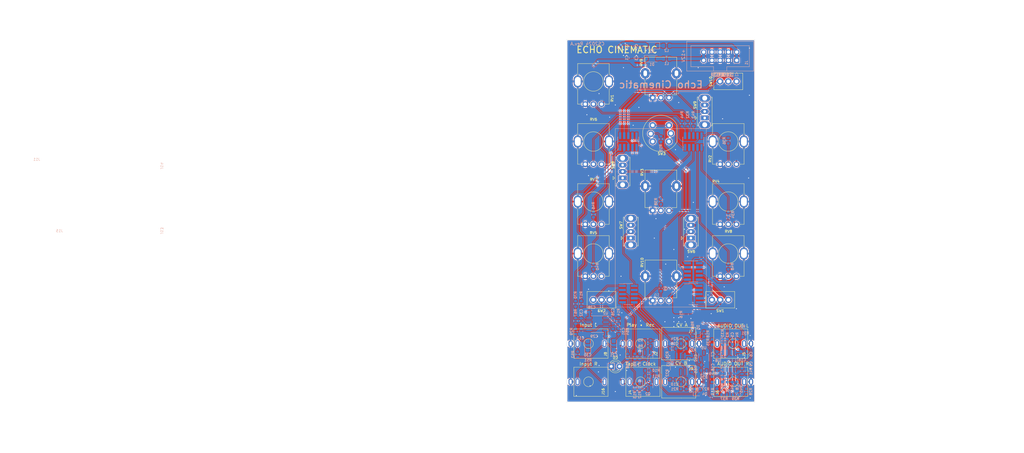
<source format=kicad_pcb>
(kicad_pcb (version 20221018) (generator pcbnew)
  (layers (0 "F.Cu" signal) (1 "In1.Cu" power "POWER") (2 "In2.Cu" power "GND") (31 "B.Cu" signal) (34 "B.Paste" user) (35 "F.Paste" user) (36 "B.SilkS" user "B.Silkscreen") (37 "F.SilkS" user "F.Silkscreen") (38 "B.Mask" user) (39 "F.Mask" user) (44 "Edge.Cuts" user))
  (net 0 "")
  (net 1 "GND")
  (net 2 "Net-(C5-Pad1)")
  (net 3 "+12VA")
  (net 4 "GNDA")
  (net 5 "/CV INPUTS/-10V_REF")
  (net 6 "Net-(U3A--)")
  (net 7 "Net-(U3B--)")
  (net 8 "Net-(C5-Pad2)")
  (net 9 "-12VA")
  (net 10 "+3.3VA")
  (net 11 "Net-(U8A-+)")
  (net 12 "Net-(U8A--)")
  (net 13 "Net-(J2-PadT)")
  (net 14 "Net-(C7-Pad2)")
  (net 15 "Net-(C8-Pad1)")
  (net 16 "Net-(C8-Pad2)")
  (net 17 "/AUDIO_OUT_1")
  (net 18 "/AUDIO_OUT_2")
  (net 19 "Net-(U8B-+)")
  (net 20 "Net-(D1-A)")
  (net 21 "Net-(D2-K)")
  (net 22 "Net-(J1-Pin_10)")
  (net 23 "Net-(J1-Pin_1)")
  (net 24 "Net-(U8B--)")
  (net 26 "Net-(J5-PadTN)")
  (net 27 "Net-(J7-PadT)")
  (net 28 "Net-(J6-PadTN)")
  (net 29 "Net-(J7-PadR)")
  (net 30 "Net-(C17-Pad2)")
  (net 31 "Net-(R32-Pad1)")
  (net 32 "Net-(R34-Pad1)")
  (net 33 "Net-(R36-Pad1)")
  (net 34 "Net-(R38-Pad1)")
  (net 35 "Net-(R40-Pad1)")
  (net 36 "Net-(R42-Pad1)")
  (net 37 "Net-(R44-Pad1)")
  (net 38 "Net-(R46-Pad1)")
  (net 39 "Net-(R48-Pad1)")
  (net 40 "+3.3V")
  (net 41 "/J_DET_CV_A")
  (net 42 "/J_DET_CV_B")
  (net 43 "/AUDIO_OUT_L+")
  (net 44 "/AUDIO_OUT_L-")
  (net 45 "Net-(Q1-C)")
  (net 46 "Net-(Q1-B)")
  (net 47 "Net-(J9-PadR)")
  (net 48 "/AUDIO_OUT_R+")
  (net 49 "/AUDIO_OUT_R-")
  (net 50 "Net-(D3-A)")
  (net 52 "/AUDIO_VCOM")
  (net 53 "Net-(U2A--)")
  (net 54 "Net-(C26-Pad2)")
  (net 55 "Net-(U2B--)")
  (net 56 "Net-(C32-Pad2)")
  (net 57 "Net-(J4-PadT)")
  (net 59 "/AUDIO IN/AUDIO_IN_L")
  (net 60 "Net-(J8-PadTN)")
  (net 61 "/AUDIO IN/AUDIO_IN_R")
  (net 62 "Net-(J16-PadTN)")
  (net 63 "Net-(Q2-B)")
  (net 64 "Net-(Q2-C)")
  (net 65 "Net-(R9-Pad1)")
  (net 66 "/TapLED")
  (net 67 "Net-(C30-Pad2)")
  (net 68 "/ClipLED")
  (net 69 "Net-(C21-Pad2)")
  (net 70 "/FilterTypeB")
  (net 71 "/FilterTypeA")
  (net 72 "/PatchpointB")
  (net 73 "/PatchpointA")
  (net 74 "/TapButton")
  (net 75 "/PingPong")
  (net 77 "/RecordProtect")
  (net 79 "/DepthOrSpeed")
  (net 81 "/DecoupleSwitch")
  (net 82 "/MultiplySwitchB")
  (net 83 "/MultiplySwitchA")
  (net 84 "/CVInA")
  (net 85 "/CVInB")
  (net 86 "/GateInA")
  (net 87 "/EqFrequency")
  (net 88 "/GateInB")
  (net 89 "/AudioInL")
  (net 90 "/FxSend")
  (net 91 "/ReverbFeedback")
  (net 92 "/ReverbSend")
  (net 93 "/DelayFeedback")
  (net 94 "/EqGain")
  (net 95 "/DelayTime")
  (net 96 "/DelayModulation")
  (net 97 "/EqModulation")
  (net 98 "/EqResonance")
  (net 99 "/AudioInR")
  (net 101 "Net-(SW3-K)")
  (net 105 "Net-(J9-PadT)")
  (footprint "FOOTPRINTS:THONKICONN" (layer "F.Cu") (at 87.75 130.5 -90)
    (fp_text reference "J2")
    (fp_text value "Play • Rec")
  )
  (footprint "FOOTPRINTS:THONKICONN" (layer "F.Cu") (at 116.25 130.5 90)
    (fp_text reference "J5")
    (fp_text value "AUDIO OUT L")
  )
  (footprint "FOOTPRINTS:THONKICONN" (layer "F.Cu") (at 116.25 142.25 90)
    (fp_text reference "J6")
    (fp_text value "AUDIO OUT R")
  )
  (footprint "FOOTPRINTS:R0904N" (layer "F.Cu") (at 114.75 86.75)
    (fp_text reference "RV4")
    (fp_text value "10k")
  )
  (footprint "FOOTPRINTS:R0904N" (layer "F.Cu") (at 114.75 68.25)
    (fp_text reference "RV2")
    (fp_text value "10k")
  )
  (footprint "FOOTPRINTS:R0904N" (layer "F.Cu") (at 73.25 102.75)
    (fp_text reference "RV5")
    (fp_text value "10k")
  )
  (footprint "FOOTPRINTS:R0904N" (layer "F.Cu") (at 73.25 68.25)
    (fp_text reference "RV6")
    (fp_text value "10k")
  )
  (footprint "FOOTPRINTS:R0904N" (layer "F.Cu") (at 73.25 86.75)
    (fp_text reference "RV7")
    (fp_text value "10k")
  )
  (footprint "FOOTPRINTS:R0904N" (layer "F.Cu") (at 114.75 102.75)
    (fp_text reference "RV8")
    (fp_text value "10k")
  )
  (footprint "FOOTPRINTS:SW_DWB1" (layer "F.Cu") (at 112.25 117 90)
    (fp_text reference "SW1")
    (fp_text value "Filter Type")
  )
  (footprint "FOOTPRINTS:SW_DWB1" (layer "F.Cu") (at 75.75 117 90)
    (fp_text reference "SW2")
    (fp_text value "Patch Eq")
  )
  (footprint "FOOTPRINTS:POT_ALPS" (layer "F.Cu") (at 94 82 90)
    (fp_text reference "RV3")
    (fp_text value "10k")
  )
  (footprint "FOOTPRINTS:R0904N" (layer "F.Cu") (at 73.25 49.75)
    (fp_text reference "RV1")
    (fp_text value "10k")
  )
  (footprint "FOOTPRINTS:THONKICONN_ST" (layer "F.Cu") (at 100.25 130.5 90)
    (fp_text reference "J7")
    (fp_text value "CV A")
  )
  (footprint "FOOTPRINTS:THONKICONN_ST" (layer "F.Cu") (at 100.25 142.25 90)
    (fp_text reference "J9")
    (fp_text value "CV B")
  )
  (footprint "FOOTPRINTS:THONKICONN" (layer "F.Cu") (at 71.75 130.5 -90)
    (fp_text reference "J8")
    (fp_text value "Input L")
  )
  (footprint "FOOTPRINTS:D6R00F_LED" (layer "F.Cu") (at 94 65.75 180)
    (fp_text reference "SW3")
    (fp_text value "Tap Delay")
  )
  (footprint "FOOTPRINTS:POT_ALPS" (layer "F.Cu") (at 94 47.25 90)
    (fp_text reference "RV9")
    (fp_text value "10k")
  )
  (footprint "FOOTPRINTS:POT_ALPS" (layer "F.Cu") (at 94 109.75 90)
    (fp_text reference "RV10")
    (fp_text value "10k")
  )
  (footprint "FOOTPRINTS:THONKICONN" (layer "F.Cu") (at 87.75 142.25 -90)
    (fp_text reference "J4")
    (fp_text value "Tap • Clock")
  )
  (footprint "FOOTPRINTS:SW_Slide_1P2T_CK_OS102011MS2Q" (layer "F.Cu") (at 107.5 61 90)
    (fp_text reference "SW9")
    (fp_text value "Both / Right Only")
  )
  (footprint "FOOTPRINTS:THONKICONN" (layer "F.Cu") (at 71.75 142.25 -90)
    (fp_text reference "J16")
    (fp_text value "Input R")
  )
  (footprint "FOOTPRINTS:SW_Slide_1P2T_CK_OS102011MS2Q" (layer "F.Cu") (at 82.25 79.5 90)
    (fp_text reference "SW8")
    (fp_text value "Mod Control")
  )
  (footprint "FOOTPRINTS:LED_D3.0mm" (layer "F.Cu") (at 78.75 137.5)
    (fp_text reference "D3")
    (fp_text value "Clip/Sync")
  )
  (footprint "FOOTPRINTS:SW_Slide_1P2T_CK_OS102011MS2Q" (layer "F.Cu") (at 103.25 98 90)
    (fp_text reference "SW6")
    (fp_text value "Stereo Mode")
  )
  (footprint "FOOTPRINTS:SW_Slide_1P2T_CK_OS102011MS2Q" (layer "F.Cu") (at 84.75 98 90)
    (fp_text reference "SW7")
    (fp_text value "Knob Rec")
  )
  (footprint "FOOTPRINTS:SW_DWB1" (layer "F.Cu") (at 114.75 49.75 90)
    (fp_text reference "SW10")
    (fp_text value "Multiplier")
  )
  (footprint "Capacitor_SMD:C_0805_2012Metric" (layer "B.Cu") (at 85 42.5 90)
    (fp_text reference "C1")
    (fp_text value "10uF")
  )
  (footprint "Capacitor_SMD:C_0805_2012Metric" (layer "B.Cu") (at 85 39 90)
    (fp_text reference "C2")
    (fp_text value "10uF")
  )
  (footprint "Capacitor_SMD:C_0603_1608Metric" (layer "B.Cu") (at 87.75 42.5 90)
    (fp_text reference "C3")
    (fp_text value "100nF")
  )
  (footprint "Capacitor_SMD:C_0603_1608Metric" (layer "B.Cu") (at 116 130 90)
    (fp_text reference "C5")
    (fp_text value "100pF")
  )
  (footprint "Capacitor_SMD:C_0603_1608Metric" (layer "B.Cu") (at 120.5 133.75 -90)
    (fp_text reference "C6")
    (fp_text value "18pF")
  )
  (footprint "Capacitor_SMD:C_0603_1608Metric" (layer "B.Cu") (at 117.5 141.5 90)
    (fp_text reference "C8")
    (fp_text value "100pF")
  )
  (footprint "Capacitor_SMD:C_0603_1608Metric" (layer "B.Cu") (at 119.75 136.75)
    (fp_text reference "C9")
    (fp_text value "18pF")
  )
  (footprint "Capacitor_SMD:C_0603_1608Metric" (layer "B.Cu") (at 101 143 180)
    (fp_text reference "C10")
    (fp_text value "10nF")
  )
  (footprint "Capacitor_SMD:C_0603_1608Metric" (layer "B.Cu") (at 101 130.5 180)
    (fp_text reference "C11")
    (fp_text value "10nF")
  )
  (footprint "Capacitor_SMD:C_0603_1608Metric" (layer "B.Cu") (at 103.5 134.972 -90)
    (fp_text reference "C12")
    (fp_text value "100nF")
  )
  (footprint "Capacitor_SMD:C_0603_1608Metric" (layer "B.Cu") (at 69.5 126.75 -90)
    (fp_text reference "C13")
    (fp_text value "100nF")
  )
  (footprint "Capacitor_SMD:C_0603_1608Metric" (layer "B.Cu") (at 107.25 137.044)
    (fp_text reference "C14")
    (fp_text value "100nF")
  )
  (footprint "Capacitor_SMD:C_0603_1608Metric" (layer "B.Cu") (at 113 141.5 90)
    (fp_text reference "C17")
    (fp_text value "18pF")
  )
  (footprint "Diode_SMD:D_SOD-123" (layer "B.Cu") (at 91.25 42.75)
    (fp_text reference "D1")
    (fp_text value "S1B")
  )
  (footprint "Diode_SMD:D_SOD-123" (layer "B.Cu") (at 91.25 38.75 180)
    (fp_text reference "D2")
    (fp_text value "S1B")
  )
  (footprint "Connector_IDC:IDC-Header_2x05_P2.54mm_Vertical" (layer "B.Cu") (at 117.33 43.2525 90)
    (fp_text reference "J1")
    (fp_text value "IDC")
  )
  (footprint "Resistor_SMD:R_0805_2012Metric" (layer "B.Cu") (at 95.75 42.75 180)
    (fp_text reference "L1")
    (fp_text value "FB")
  )
  (footprint "Resistor_SMD:R_0805_2012Metric" (layer "B.Cu") (at 95.75 38.75 180)
    (fp_text reference "L2")
    (fp_text value "FB")
  )
  (footprint "Resistor_SMD:R_0603_1608Metric" (layer "B.Cu") (at 113.5 125.25 180)
    (fp_text reference "R1")
    (fp_text value "18k")
  )
  (footprint "Resistor_SMD:R_0603_1608Metric" (layer "B.Cu") (at 117 125.25 180)
    (fp_text reference "R2")
    (fp_text value "18k")
  )
  (footprint "Resistor_SMD:R_0603_1608Metric" (layer "B.Cu") (at 114.5 130 90)
    (fp_text reference "R3")
    (fp_text value "66.5k")
  )
  (footprint "Resistor_SMD:R_0603_1608Metric" (layer "B.Cu") (at 117.5 130 90)
    (fp_text reference "R4")
    (fp_text value "66.5k")
  )
  (footprint "Resistor_SMD:R_0603_1608Metric" (layer "B.Cu") (at 90 129.5)
    (fp_text reference "R5")
    (fp_text value "100k")
  )
  (footprint "Resistor_SMD:R_0603_1608Metric" (layer "B.Cu") (at 87.5 134.5 90)
    (fp_text reference "R7")
    (fp_text value "10k")
  )
  (footprint "Resistor_SMD:R_0603_1608Metric" (layer "B.Cu") (at 86 134.5 90)
    (fp_text reference "R8")
    (fp_text value "1k")
  )
  (footprint "Resistor_SMD:R_0603_1608Metric" (layer "B.Cu") (at 101 141.5 180)
    (fp_text reference "R20")
    (fp_text value "33k")
  )
  (footprint "Resistor_SMD:R_0603_1608Metric" (layer "B.Cu") (at 101 144.5)
    (fp_text reference "R21")
    (fp_text value "200k")
  )
  (footprint "Resistor_SMD:R_0603_1608Metric" (layer "B.Cu") (at 97.75 141.5 180)
    (fp_text reference "R22")
    (fp_text value "100k")
  )
  (footprint "Resistor_SMD:R_0603_1608Metric" (layer "B.Cu") (at 101 132 180)
    (fp_text reference "R23")
    (fp_text value "33k")
  )
  (footprint "Resistor_SMD:R_0603_1608Metric" (layer "B.Cu") (at 101 129)
    (fp_text reference "R24")
    (fp_text value "200k")
  )
  (footprint "Resistor_SMD:R_0603_1608Metric" (layer "B.Cu") (at 107.25 138.75 180)
    (fp_text reference "R25")
    (fp_text value "2k")
  )
  (footprint "Resistor_SMD:R_0603_1608Metric" (layer "B.Cu") (at 97.75 132 180)
    (fp_text reference "R26")
    (fp_text value "100k")
  )
  (footprint "Resistor_SMD:R_0603_1608Metric" (layer "B.Cu") (at 67.75 126.75 -90)
    (fp_text reference "R29")
    (fp_text value "66.5k")
  )
  (footprint "Resistor_SMD:R_0603_1608Metric" (layer "B.Cu") (at 120 128.5)
    (fp_text reference "R31")
    (fp_text value "39k")
  )
  (footprint "Resistor_SMD:R_0603_1608Metric" (layer "B.Cu") (at 113 130 -90)
    (fp_text reference "R33")
    (fp_text value "39k")
  )
  (footprint "Resistor_SMD:R_0603_1608Metric" (layer "B.Cu") (at 109.75 130 -90)
    (fp_text reference "R35")
    (fp_text value "100R")
  )
  (footprint "Resistor_SMD:R_0603_1608Metric" (layer "B.Cu") (at 113.5 146.25 180)
    (fp_text reference "R37")
    (fp_text value "18k")
  )
  (footprint "Resistor_SMD:R_0603_1608Metric" (layer "B.Cu") (at 120.5 139 90)
    (fp_text reference "R41")
    (fp_text value "39k")
  )
  (footprint "Resistor_SMD:R_0603_1608Metric" (layer "B.Cu") (at 116 141.5 -90)
    (fp_text reference "R43")
    (fp_text value "66.5k")
  )
  (footprint "Resistor_SMD:R_0603_1608Metric" (layer "B.Cu") (at 119 139 -90)
    (fp_text reference "R45")
    (fp_text value "66.5k")
  )
  (footprint "Resistor_SMD:R_0603_1608Metric" (layer "B.Cu") (at 114.5 141.5 90)
    (fp_text reference "R47")
    (fp_text value "39k")
  )
  (footprint "Resistor_SMD:R_0603_1608Metric" (layer "B.Cu") (at 109.75 141.5 90)
    (fp_text reference "R49")
    (fp_text value "100R")
  )
  (footprint "Package_SO:SOIC-8_3.9x4.9mm_P1.27mm" (layer "B.Cu") (at 99.5 136.75 90)
    (fp_text reference "U3")
    (fp_text value "MCP6002")
  )
  (footprint "Package_TO_SOT_SMD:SOT-23" (layer "B.Cu") (at 107.25 134.25 90)
    (fp_text reference "U5")
    (fp_text value "LM4040DBZ-10")
  )
  (footprint "Resistor_SMD:R_0603_1608Metric" (layer "B.Cu") (at 102.25 62.75 -90)
    (fp_text reference "R32")
    (fp_text value "100R")
  )
  (footprint "Resistor_SMD:R_0603_1608Metric" (layer "B.Cu") (at 114.75 90.75 90)
    (fp_text reference "R34")
    (fp_text value "100R")
  )
  (footprint "Resistor_SMD:R_0603_1608Metric" (layer "B.Cu") (at 114.75 68 90)
    (fp_text reference "R36")
    (fp_text value "100R")
  )
  (footprint "Resistor_SMD:R_0603_1608Metric" (layer "B.Cu") (at 94 86.75 90)
    (fp_text reference "R38")
    (fp_text value "100R")
  )
  (footprint "Resistor_SMD:R_0603_1608Metric" (layer "B.Cu") (at 73.25 106.75 90)
    (fp_text reference "R40")
    (fp_text value "100R")
  )
  (footprint "Resistor_SMD:R_0603_1608Metric" (layer "B.Cu") (at 104 62.75 -90)
    (fp_text reference "R42")
    (fp_text value "100R")
  )
  (footprint "Resistor_SMD:R_0603_1608Metric" (layer "B.Cu") (at 100.5 62.75 -90)
    (fp_text reference "R44")
    (fp_text value "100R")
  )
  (footprint "Resistor_SMD:R_0603_1608Metric" (layer "B.Cu") (at 73.25 90.75 90)
    (fp_text reference "R46")
    (fp_text value "100R")
  )
  (footprint "Resistor_SMD:R_0603_1608Metric" (layer "B.Cu") (at 114.75 106.75 90)
    (fp_text reference "R48")
    (fp_text value "100R")
  )
  (footprint "Capacitor_SMD:C_0603_1608Metric" (layer "B.Cu") (at 118.75 133.75 -90)
    (fp_text reference "C16")
    (fp_text value "100nF")
  )
  (footprint "Capacitor_SMD:C_0603_1608Metric" (layer "B.Cu") (at 111.25 137.75 -90)
    (fp_text reference "C18")
    (fp_text value "100nF")
  )
  (footprint "Capacitor_SMD:C_0603_1608Metric" (layer "B.Cu") (at 111.25 133.75 90)
    (fp_text reference "C7")
    (fp_text value "18pF")
  )
  (footprint "Resistor_SMD:R_0603_1608Metric" (layer "B.Cu") (at 90 131.25 180)
    (fp_text reference "R6")
    (fp_text value "1M")
  )
  (footprint "Package_TO_SOT_SMD:SOT-23" (layer "B.Cu") (at 90 134.25 -90)
    (fp_text reference "Q1")
    (fp_text value "MMBT3904")
  )
  (footprint "Capacitor_SMD:C_0603_1608Metric" (layer "B.Cu") (at 87.75 39 90)
    (fp_text reference "C4")
    (fp_text value "100nF")
  )
  (footprint "Resistor_SMD:R_0603_1608Metric" (layer "B.Cu") (at 117 146.25 180)
    (fp_text reference "R39")
    (fp_text value "18k")
  )
  (footprint "Resistor_SMD:R_0603_1608Metric" (layer "B.Cu") (at 94 67.5 90)
    (fp_text reference "R15")
    (fp_text value "330R")
  )
  (footprint "Resistor_SMD:R_0805_2012Metric" (layer "B.Cu") (at 101.75 121.5 -90)
    (fp_text reference "R16")
    (fp_text value "0R")
  )
  (footprint "FOOTPRINTS:REF" (layer "B.Cu") (at -102.5 75.75 180)
    (fp_text reference "J11")
    (fp_text value "SYM_Arrow45_Tiny")
  )
  (footprint "Resistor_SMD:R_0603_1608Metric" (layer "B.Cu") (at 103.75 127.5 -90)
    (fp_text reference "R66")
    (fp_text value "10k")
  )
  (footprint "Resistor_SMD:R_0603_1608Metric" (layer "B.Cu") (at 87.5 143.75 90)
    (fp_text reference "R12")
    (fp_text value "10k")
  )
  (footprint "Capacitor_Tantalum_SMD:CP_EIA-3216-10_Kemet-I" (layer "B.Cu") (at 79.5 131 90)
    (fp_text reference "C21")
    (fp_text value "10uF")
  )
  (footprint "Package_SO:SO-8_3.9x4.9mm_P1.27mm" (layer "B.Cu") (at 115 135.75 -90)
    (fp_text reference "U8")
    (fp_text value "TL072")
  )
  (footprint "FOOTPRINTS:DAISY_SEED2" (layer "B.Cu") (at 84 115.015)
    (fp_text reference "U1")
    (fp_text value "ES_DAISY_SEED2_DFM")
  )
  (footprint "Resistor_SMD:R_0603_1608Metric" (layer "B.Cu") (at 81 126.75 -90)
    (fp_text reference "R64")
    (fp_text value "66.5k")
  )
  (footprint "Package_SO:SO-8_3.9x4.9mm_P1.27mm" (layer "B.Cu") (at 74.5 124.5 180)
    (fp_text reference "U2")
    (fp_text value "TL072")
  )
  (footprint "Resistor_SMD:R_0603_1608Metric" (layer "B.Cu") (at 90 140.5 180)
    (fp_text reference "R11")
    (fp_text value "1M")
  )
  (footprint "FOOTPRINTS:REF" (layer "B.Cu") (at -55.5 75.75 90)
    (fp_text reference "J14")
    (fp_text value "SYM_Arrow45_Tiny")
  )
  (footprint "Resistor_SMD:R_0603_1608Metric" (layer "B.Cu") (at 83.75 134.5 -90)
    (fp_text reference "R58")
    (fp_text value "330R")
  )
  (footprint "Resistor_SMD:R_0603_1608Metric" (layer "B.Cu") (at 69.5 118.25 -90)
    (fp_text reference "R17")
    (fp_text value "1k")
  )
  (footprint "Resistor_SMD:R_0603_1608Metric" (layer "B.Cu") (at 67.75 123.5 -90)
    (fp_text reference "R67")
    (fp_text value "15k")
  )
  (footprint "Capacitor_SMD:C_0603_1608Metric" (layer "B.Cu") (at 79.25 126.75 -90)
    (fp_text reference "C31")
    (fp_text value "100nF")
  )
  (footprint "FOOTPRINTS:REF" (layer "B.Cu") (at -55.5 95.75 90)
    (fp_text reference "J13")
    (fp_text value "SYM_Arrow45_Tiny")
  )
  (footprint "Resistor_SMD:R_0603_1608Metric" (layer "B.Cu") (at 90 138.75)
    (fp_text reference "R10")
    (fp_text value "100k")
  )
  (footprint "Resistor_SMD:R_0603_1608Metric" (layer "B.Cu") (at 94 113.5 90)
    (fp_text reference "R9")
    (fp_text value "100R")
  )
  (footprint "Resistor_SMD:R_0603_1608Metric" (layer "B.Cu") (at 68.4 133.8 -90)
    (fp_text reference "R52")
    (fp_text value "0R")
  )
  (footprint "Capacitor_SMD:C_0603_1608Metric" (layer "B.Cu") (at 76.25 128.25 180)
    (fp_text reference "C29")
    (fp_text value "100nF")
  )
  (footprint "Capacitor_SMD:C_0603_1608Metric" (layer "B.Cu") (at 79.25 123.5 90)
    (fp_text reference "C26")
    (fp_text value "220pF")
  )
  (footprint "Resistor_SMD:R_0603_1608Metric" (layer "B.Cu") (at 67.75 118.25 -90)
    (fp_text reference "R70")
    (fp_text value "1k")
  )
  (footprint "Resistor_SMD:R_0603_1608Metric" (layer "B.Cu") (at 103.5 138.5 -90)
    (fp_text reference "R65")
    (fp_text value "10k")
  )
  (footprint "Resistor_SMD:R_0603_1608Metric" (layer "B.Cu") (at 81 123.5 -90)
    (fp_text reference "R14")
    (fp_text value "15k")
  )
  (footprint "Resistor_SMD:R_0603_1608Metric" (layer "B.Cu") (at 120.25 145.25 90)
    (fp_text reference "R28")
    (fp_text value "0R")
  )
  (footprint "Resistor_SMD:R_0603_1608Metric" (layer "B.Cu") (at 105.25 144.5)
    (fp_text reference "R27")
    (fp_text value "100R")
  )
  (footprint "FOOTPRINTS:REF" (layer "B.Cu") (at -102.5 95.75 180)
    (fp_text reference "J12" hide)
    (fp_text value "SYM_Arrow45_Tiny")
  )
  (footprint "Diode_SMD:D_SOD-523" (layer "B.Cu") (at 105.25 146)
    (fp_text reference "D4")
    (fp_text value "BZT52C3V3T-7")
  )
  (footprint "Package_TO_SOT_SMD:SOT-23" (layer "B.Cu") (at 90 143.5 -90)
    (fp_text reference "Q2")
    (fp_text value "MMBT3904")
  )
  (footprint "Resistor_SMD:R_0603_1608Metric" (layer "B.Cu") (at 71.6 137 180)
    (fp_text reference "R51")
    (fp_text value "0R")
  )
  (footprint "Resistor_SMD:R_0603_1608Metric" (layer "B.Cu") (at 86 143.75 90)
    (fp_text reference "R13")
    (fp_text value "1k")
  )
  (footprint "Capacitor_SMD:C_0603_1608Metric" (layer "B.Cu") (at 72.75 120.75 180)
    (fp_text reference "C28")
    (fp_text value "100nF")
  )
  (footprint "Resistor_SMD:R_0603_1608Metric" (layer "B.Cu") (at 111.25 145.25 90)
    (fp_text reference "R19")
    (fp_text value "0R")
  )
  (footprint "Resistor_SMD:R_0603_1608Metric" (layer "B.Cu") (at 107.25 127.5 90)
    (fp_text reference "R18")
    (fp_text value "100R")
  )
  (footprint "FOOTPRINTS:REF" (layer "B.Cu") (at -95.5 95.75 180)
    (fp_text reference "J15")
    (fp_text value "SYM_Arrow45_Tiny")
  )
  (footprint "Capacitor_SMD:C_0603_1608Metric" (layer "B.Cu") (at 69.5 123.5 90)
    (fp_text reference "C32")
    (fp_text value "220pF")
  )
  (footprint "Diode_SMD:D_SOD-523" (layer "B.Cu") (at 105.5 127.5 90)
    (fp_text reference "D5")
    (fp_text value "BZT52C3V3T-7")
  )
  (footprint "Capacitor_Tantalum_SMD:CP_EIA-3216-10_Kemet-I" (layer "B.Cu") (at 71.5 131 90)
    (fp_text reference "C30")
    (fp_text value "10uF")
  )
  (gr_line (start 102.75 143.25) (end 102.75 142) (stroke (width 0.12)) (layer "B.SilkS"))
  (gr_line (start 102.75 142) (end 102.5 141.75) (stroke (width 0.12)) (layer "B.SilkS"))
  (gr_rect (start 65.03 36.86) (end 122.942 148.588) (stroke (width 0.05)) (fill none) (layer "Edge.Cuts"))
  (gr_text "CS2024 Rev.A" (at 76.75 38.75) (layer "B.SilkS") (effects (font (size 1 1)) (justify left bottom mirror)))
  (gr_text "RED LINE" (at 116.5 48.25) (layer "B.SilkS" knockout) (effects (font (size 1 1)) (justify left bottom mirror)))
  (gr_text "Echo Cinematic" (at 94 50.75) (layer "B.SilkS") (effects (font (size 2.2 2.2) (thickness 0.32)) (justify mirror)))
  (gr_text "+12V" (at 101.5 39.75 90) (layer "B.SilkS") (effects (font (size 1 1)) (justify left bottom mirror)))
  (gr_text "ECHO CINEMATIC" (at 80.5 40) (layer "F.SilkS") (effects (font (size 2 2) (thickness 0.3) bold)))
  (segment (start 109.25 114) (end 109.25 106.75) (width 0.8) (layer "F.Cu") (net 1))
  (segment (start 116.5 122.5) (end 112.25 118.25) (width 0.8) (layer "F.Cu") (net 1))
  (segment (start 78.75 138.75) (end 82.25 142.25) (width 0.5) (layer "F.Cu") (net 1))
  (segment (start 90.25 134.75) (end 91.75 133.25) (width 0.5) (layer "F.Cu") (net 1))
  (segment (start 90.25 142.5) (end 90.25 134.75) (width 0.5) (layer "F.Cu") (net 1))
  (segment (start 82.25 130.5) (end 82.25 126.25) (width 0.5) (layer "F.Cu") (net 1))
  (segment (start 95.25 147.5) (end 116.75 147.5) (width 0.8) (layer "F.Cu") (net 1))
  (segment (start 112.25 118.25) (end 112.25 117) (width 0.8) (layer "F.Cu") (net 1))
  (segment (start 118 146.25) (end 118 143.75) (width 0.8) (layer "F.Cu") (net 1))
  (segment (start 109.25 106.75) (end 106.5 104) (width 0.8) (layer "F.Cu") (net 1))
  (segment (start 106.5 104) (end 106.5 96) (width 0.8) (layer "F.Cu") (net 1))
  (segment (start 82.25 142.25) (end 84.5 144.5) (width 0.5) (layer "F.Cu") (net 1))
  (segment (start 84.5 144.5) (end 88.25 144.5) (width 0.5) (layer "F.Cu") (net 1))
  (segment (start 104.5 94) (end 103.25 94) (width 0.8) (layer "F.Cu") (net 1))
  (segment (start 88.25 144.5) (end 90.25 142.5) (width 0.5) (layer "F.Cu") (net 1))
  (segment (start 75.75 119.75) (end 75.75 117) (width 0.5) (layer "F.Cu") (net 1))
  (segment (start 90.25 142.5) (end 95.25 147.5) (width 0.8) (layer "F.Cu") (net 1))
  (segment (start 82.25 126.25) (end 75.75 119.75) (width 0.5) (layer "F.Cu") (net 1))
  (segment (start 106.5 96) (end 104.5 94) (width 0.8) (layer "F.Cu") (net 1))
  (segment (start 78.75 137.5) (end 78.75 138.75) (width 0.5) (layer "F.Cu") (net 1))
  (segment (start 118 143.75) (end 116.5 142.25) (width 0.8) (layer "F.Cu") (net 1))
  (segment (start 78.225 136.975) (end 78.225 134.525) (width 0.5) (layer "F.Cu") (net 1))
  (segment (start 78.225 134.525) (end 82.25 130.5) (width 0.5) (layer "F.Cu") (net 1))
  (segment (start 116.5 142.25) (end 116.5 122.5) (width 0.8) (layer "F.Cu") (net 1))
  (segment (start 78.75 137.5) (end 78.225 136.975) (width 0.5) (layer "F.Cu") (net 1))
  (segment (start 116.75 147.5) (end 118 146.25) (width 0.8) (layer "F.Cu") (net 1))
  (segment (start 112.25 117) (end 109.25 114) (width 0.8) (layer "F.Cu") (net 1))
  (via (at 91.75 133.25) (size 0.6) (drill 0.3) (layers "F.Cu" "B.Cu") (net 1))
  (via (at 90.25 142.5) (size 0.6) (drill 0.3) (layers "F.Cu" "B.Cu") (net 1))
  (segment (start 110.5 119.5) (end 112.25 117.75) (width 0.8) (layer "B.Cu") (net 1))
  (segment (start 102.2 117.79) (end 102.2 119.2) (width 0.8) (layer "B.Cu") (net 1))
  (segment (start 102.2 119.2) (end 102.5 119.5) (width 0.8) (layer "B.Cu") (net 1))
  (segment (start 90.3125 142.5625) (end 90.25 142.5) (width 0.25) (layer "B.Cu") (net 1))
  (segment (start 90.95 133.3125) (end 90.95 131.375) (width 0.25) (layer "B.Cu") (net 1))
  (segment (start 90.95 131.375) (end 90.825 131.25) (width 0.25) (layer "B.Cu") (net 1))
  (segment (start 91.6875 133.3125) (end 91.75 133.25) (width 0.25) (layer "B.Cu") (net 1))
  (segment (start 90.95 140.625) (end 90.825 140.5) (width 0.25) (layer "B.Cu") (net 1))
  (segment (start 90.95 133.3125) (end 91.6875 133.3125) (width 0.25) (layer "B.Cu") (net 1))
  (segment (start 102.2 112.71) (end 102.2 117.79) (width 0.5) (layer "B.Cu") (net 1))
  (segment (start 102.5 119.5) (end 110.5 119.5) (width 0.8) (layer "B.Cu") (net 1))
  (segment (start 90.95 142.5625) (end 90.3125 142.5625) (width 0.25) (layer "B.Cu") (net 1))
  (segment (start 90.95 142.5625) (end 90.95 140.625) (width 0.25) (layer "B.Cu") (net 1))
  (segment (start 112.25 117.75) (end 112.25 117) (width 0.8) (layer "B.Cu") (net 1))
  (segment (start 114.5 125.425) (end 114.325 125.25) (width 0.25) (layer "B.Cu") (net 2))
  (segment (start 113 129.175) (end 114.5 129.175) (width 0.25) (layer "B.Cu") (net 2))
  (segment (start 116 130.675) (end 114.5 129.175) (width 0.25) (layer "B.Cu") (net 2))
  (segment (start 116 130.775) (end 116 130.675) (width 0.25) (layer "B.Cu") (net 2))
  (segment (start 114.5 129.175) (end 114.5 125.425) (width 0.25) (layer "B.Cu") (net 2))
  (via (at 88 44.75) (size 0.6) (drill 0.3) (layers "F.Cu" "B.Cu") (net 3))
  (via (at 107.5 116.5) (size 0.6) (drill 0.3) (layers "F.Cu" "B.Cu") (net 3))
  (via (at 111.25 139.5) (size 0.6) (drill 0.3) (layers "F.Cu" "B.Cu") (net 3))
  (via (at 107.5 117.75) (size 0.6) (drill 0.3) (layers "F.Cu" "B.Cu") (net 3))
  (via (at 71 120.75) (size 0.6) (drill 0.3) (layers "F.Cu" "B.Cu") (net 3))
  (via (at 86.75 44.75) (size 0.6) (drill 0.3) (layers "F.Cu" "B.Cu") (net 3))
  (via (at 73.375 44.875) (size 0.6) (drill 0.3) (layers "F.Cu" "B.Cu") (net 3))
  (via (at 74.625 43.625) (size 0.6) (drill 0.3) (layers "F.Cu" "B.Cu") (net 3))
  (via (at 89.25 44.75) (size 0.6) (drill 0.3) (layers "F.Cu" "B.Cu") (net 3))
  (via (at 74 44.25) (size 0.6) (drill 0.3) (layers "F.Cu" "B.Cu") (net 3))
  (segment (start 71.975 120.75) (end 71.975 122.545) (width 0.5) (layer "B.Cu") (net 3))
  (segment (start 74.8 43.45) (end 85 43.45) (width 1) (layer "B.Cu") (net 3))
  (segment (start 86 44.75) (end 86.75 44.75) (width 1) (layer "B.Cu") (net 3))
  (segment (start 87.75 43.275) (end 85.175 43.275) (width 1) (layer "B.Cu") (net 3))
  (segment (start 71.975 122.545) (end 71.925 122.595) (width 0.5) (layer "B.Cu") (net 3))
  (segment (start 105.8 117.79) (end 107.46 117.79) (width 0.8) (layer "B.Cu") (net 3))
  (segment (start 85 43.75) (end 86 44.75) (width 1) (layer "B.Cu") (net 3))
  (segment (start 74 44.25) (end 73.375 44.875) (width 0.8) (layer "B.Cu") (net 3))
  (segment (start 71.975 120.75) (end 71 120.75) (width 0.5) (layer "B.Cu") (net 3))
  (segment (start 86.75 44.75) (end 88 44.75) (width 0.8) (layer "B.Cu") (net 3))
  (segment (start 107.46 117.79) (end 107.5 117.75) (width 0.8) (layer "B.Cu") (net 3))
  (segment (start 74.625 43.625) (end 74 44.25) (width 0.8) (layer "B.Cu") (net 3))
  (segment (start 111.25 139.5) (end 111.25 138.525) (width 0.5) (layer "B.Cu") (net 3))
  (segment (start 105.8 116.52) (end 107.48 116.52) (width 0.8) (layer "B.Cu") (net 3))
  (segment (start 85.175 43.275) (end 85 43.45) (width 1) (layer "B.Cu") (net 3))
  (segment (start 89.075 43.275) (end 87.75 43.275) (width 1) (layer "B.Cu") (net 3))
  (segment (start 88 44.75) (end 89.25 44.75) (width 0.8) (layer "B.Cu") (net 3))
  (segment (start 111.25 138.525) (end 112.895 138.525) (width 0.5) (layer "B.Cu") (net 3))
  (segment (start 85 43.45) (end 85 43.75) (width 1) (layer "B.Cu") (net 3))
  (segment (start 74.625 43.625) (end 74.8 43.45) (width 1) (layer "B.Cu") (net 3))
  (segment (start 89.6 42.75) (end 89.075 43.275) (width 1) (layer "B.Cu") (net 3))
  (segment (start 112.895 138.525) (end 113.095 138.325) (width 0.5) (layer "B.Cu") (net 3))
  (segment (start 107.48 116.52) (end 107.5 116.5) (width 0.8) (layer "B.Cu") (net 3))
  (via (at 121.5 128) (size 0.6) (drill 0.3) (layers "F.Cu" "B.Cu") (net 4))
  (via (at 107.5 136) (size 0.6) (drill 0.3) (layers "F.Cu" "B.Cu") (net 4))
  (via (at 74.8 139.2) (size 0.6) (drill 0.3) (layers "F.Cu" "B.Cu") (net 4))
  (via (at 92.5 92) (size 0.6) (drill 0.3) (layers "F.Cu" "B.Cu") (net 4))
  (via (at 68 146.5) (size 0.6) (drill 0.3) (layers "F.Cu" "B.Cu") (net 4))
  (via (at 108.5 115.5) (size 0.6) (drill 0.3) (layers "F.Cu" "B.Cu") (net 4))
  (via (at 91.25 40.25) (size 0.6) (drill 0.3) (layers "F.Cu" "B.Cu") (net 4))
  (via (at 98 101.5) (size 0.6) (drill 0.3) (layers "F.Cu" "B.Cu") (net 4))
  (via (at 121.5 136.75) (size 0.6) (drill 0.3) (layers "F.Cu" "B.Cu") (net 4))
  (via (at 101.5 123.75) (size 0.6) (drill 0.3) (layers "F.Cu" "B.Cu") (net 4))
  (via (at 98 122.5) (size 0.6) (drill 0.3) (layers "F.Cu" "B.Cu") (net 4))
  (via (at 88.75 41) (size 0.6) (drill 0.3) (layers "F.Cu" "B.Cu") (net 4))
  (via (at 84.5 124.5) (size 0.6) (drill 0.3) (layers "F.Cu" "B.Cu") (net 4))
  (via (at 90.25 41) (size 0.6) (drill 0.3) (layers "F.Cu" "B.Cu") (net 4))
  (via (at 87.25 57.75) (size 0.6) (drill 0.3) (layers "F.Cu" "B.Cu") (net 4))
  (via (at 81.75 109.75) (size 0.6) (drill 0.3) (layers "F.Cu" "B.Cu") (net 4))
  (via (at 82 121) (size 0.6) (drill 0.3) (layers "F.Cu" "B.Cu") (net 4))
  (via (at 85.5 63.25) (size 0.6) (drill 0.3) (layers "F.Cu" "B.Cu") (net 4))
  (via (at 108.25 133.5) (size 0.6) (drill 0.3) (layers "F.Cu" "B.Cu") (net 4))
  (via (at 102.25 103.75) (size 0.6) (drill 0.3) (layers "F.Cu" "B.Cu") (net 4))
  (via (at 83.5 138.75) (size 0.6) (drill 0.3) (layers "F.Cu" "B.Cu") (net 4))
  (via (at 98.5 70.75) (size 0.6) (drill 0.3) (layers "F.Cu" "B.Cu") (net 4))
  (via (at 71.75 113.75) (size 0.6) (drill 0.3) (layers "F.Cu" "B.Cu") (net 4))
  (via (at 102.75 135.75) (size 0.6) (drill 0.3) (layers "F.Cu" "B.Cu") (net 4))
  (via (at 72.25 143.5) (size 0.6) (drill 0.3) (layers "F.Cu" "B.Cu") (net 4))
  (via (at 99.5 122.5) (size 0.6) (drill 0.3) (layers "F.Cu" "B.Cu") (net 4))
  (via (at 71.25 60) (size 0.6) (drill 0.3) (layers "F.Cu" "B.Cu") (net 4))
  (via (at 98 123.75) (size 0.6) (drill 0.3) (layers "F.Cu" "B.Cu") (net 4))
  (via (at 83.5 40) (size 0.6) (drill 0.3) (layers "F.Cu" "B.Cu") (net 4))
  (via (at 83 41) (size 0.6) (drill 0.3) (layers "F.Cu" "B.Cu") (net 4))
  (via (at 92.25 41) (size 0.6) (drill 0.3) (layers "F.Cu" "B.Cu") (net 4))
  (via (at 86.5 41.75) (size 0.6) (drill 0.3) (layers "F.Cu" "B.Cu") (net 4))
  (via (at 99.5 123.75) (size 0.6) (drill 0.3) (layers "F.Cu" "B.Cu") (net 4))
  (via (at 107.75 146.5) (size 0.6) (drill 0.3) (layers "F.Cu" "B.Cu") (net 4))
  (via (at 105.5 45.5) (size 0.6) (drill 0.3) (layers "F.Cu" "B.Cu") (net 4))
  (via (at 113 61.25) (size 0.6) (drill 0.3) (layers "F.Cu" "B.Cu") (net 4))
  (via (at 121 79.5) (size 0.6) (drill 0.3) (layers "F.Cu" "B.Cu") (net 4))
  (via (at 121.5 147.25) (size 0.6) (drill 0.3) (layers "F.Cu" "B.Cu") (net 4))
  (via (at 96.5 139) (size 0.6) (drill 0.3) (layers "F.Cu" "B.Cu") (net 4))
  (via (at 117.25 119.75) (size 0.6) (drill 0.3) (layers "F.Cu" "B.Cu") (net 4))
  (via (at 70 128.5) (size 0.6) (drill 0.3) (layers "F.Cu" "B.Cu") (net 4))
  (via (at 96.75 143.75) (size 0.6) (drill 0.3) (layers "F.Cu" "B.Cu") (net 4))
  (via (at 82.5 40) (size 0.6) (drill 0.3) (layers "F.Cu" "B.Cu") (net 4))
  (via (at 87 41) (size 0.6) (drill 0.3) (layers "F.Cu" "B.Cu") (net 4))
  (via (at 106 126) (size 0.6) (drill 0.3) (layers "F.Cu" "B.Cu") (net 4))
  (via (at 110.25 135.75) (size 0.6) (drill 0.3) (layers "F.Cu" "B.Cu") (net 4))
  (via (at 95.5 106) (size 0.6) (drill 0.3) (layers "F.Cu" "B.Cu") (net 4))
  (via (at 74.5 128.25) (size 0.6) (drill 0.3) (layers "F.Cu" "B.Cu") (net 4))
  (via (at 109.75 145.25) (size 0.6) (drill 0.3) (layers "F.Cu" "B.Cu") (net 4))
  (via (at 72.5 96) (size 0.6) (drill 0.3) (layers "F.Cu" "B.Cu") (net 4))
  (via (at 113.5 113) (size 0.6) (drill 0.3) (layers "F.Cu" "B.Cu") (net 4))
  (via (at 83.5 41.75) (size 0.6) (drill 0.3) (layers "F.Cu" "B.Cu") (net 4))
  (via (at 78 114.25) (size 0.6) (drill 0.3) (layers "F.Cu" "B.Cu") (net 4))
  (via (at 121.5 138.25) (size 0.6) (drill 0.3) (layers "F.Cu" "B.Cu") (net 4))
  (via (at 96.75 134.25) (size 0.6) (drill 0.3) (layers "F.Cu" "B.Cu") (net 4))
  (via (at 89.5 40.25) (size 0.6) (drill 0.3) (layers "F.Cu" "B.Cu") (net 4))
  (via (at 119.75 134.75) (size 0.6) (drill 0.3) (layers "F.Cu" "B.Cu") (net 4))
  (via (at 104 87) (size 0.6) (drill 0.3) (layers "F.Cu" "B.Cu") (net 4))
  (via (at 108 142) (size 0.6) (drill 0.3) (layers "F.Cu" "B.Cu") (net 4))
  (via (at 109.5 121.25) (size 0.6) (drill 0.3) (layers "F.Cu" "B.Cu") (net 4))
  (via (at 99.5 125.25) (size 0.6) (drill 0.3) (layers "F.Cu" "B.Cu") (net 4))
  (via (at 81.5 134) (size 0.6) (drill 0.3) (layers "F.Cu" "B.Cu") (net 4))
  (via (at 117.75 134.75) (size 0.6) (drill 0.3) (layers "F.Cu" "B.Cu") (net 4))
  (via (at 101.25 95.25) (size 0.6) (drill 0.3) (layers "F.Cu" "B.Cu") (net 4))
  (via (at 98 125.25) (size 0.6) (drill 0.3) (layers "F.Cu" "B.Cu") (net 4))
  (via (at 99.5 56.25) (size 0.6) (drill 0.3) (layers "F.Cu" "B.Cu") (net 4))
  (via (at 92 98) (size 0.6) (drill 0.3) (layers "F.Cu" "B.Cu") (net 4))
  (via (at 74 124.25) (size 0.6) (drill 0.3) (layers "F.Cu" "B.Cu") (net 4))
  (via (at 86.5 40) (size 0.6) (drill 0.3) (layers "F.Cu" "B.Cu") (net 4))
  (via (at 82.5 41.75) (size 0.6) (drill 0.3) (layers "F.Cu" "B.Cu") (net 4))
  (via (at 121.25 39.5) (size 0.6) (drill 0.3) (layers "F.Cu" "B.Cu") (net 4))
  (via (at 75 53.5) (size 0.6) (drill 0.3) (layers "F.Cu" "B.Cu") (net 4))
  (via (at 82.5 45.5) (size 0.6) (drill 0.3) (layers "F.Cu" "B.Cu") (net 4))
  (via (at 95.25 123.75) (size 0.6) (drill 0.3) (layers "F.Cu" "B.Cu") (net 4))
  (via (at 71.75 78.75) (size 0.6) (drill 0.3) (layers "F.Cu" "B.Cu") (net 4))
  (via (at 121.25 54) (size 0.6) (drill 0.3) (layers "F.Cu" "B.Cu") (net 4))
  (via (at 78.25 60.75) (size 0.6) (drill 0.3) (layers "F.Cu" "B.Cu") (net 4))
  (via (at 98.5 137.75) (size 0.6) (drill 0.3) (layers "F.Cu" "B.Cu") (net 4))
  (via (at 74.75 120.5) (size 0.6) (drill 0.3) (layers "F.Cu" "B.Cu") (net 4))
  (via (at 75 137.25) (size 0.6) (drill 0.3) (layers "F.Cu" "B.Cu") (net 4))
  (via (at 103.25 122.75) (size 0.6) (drill 0.3) (layers "F.Cu" "B.Cu") (net 4))
  (via (at 80 145.25) (size 0.6) (drill 0.3) (layers "F.Cu" "B.Cu") (net 4))
  (via (at 80 57) (size 0.6) (drill 0.3) (layers "F.Cu" "B.Cu") (net 4))
  (via (at 80 127) (size 0.6) (drill 0.3) (layers "F.Cu" "B.Cu") (net 4))
  (via (at 87.75 123.5) (size 0.6) (drill 0.3) (layers "F.Cu" "B.Cu") (net 4))
  (segment (start 105.75 144.5) (end 103 144.5) (width 0.25) (layer "F.Cu") (net 5))
  (segment (start 107 143.25) (end 105.75 144.5) (width 0.25) (layer "F.Cu") (net 5))
  (via (at 107 143.25) (size 0.6) (drill 0.3) (layers "F.Cu" "B.Cu") (net 5))
  (via (at 103 144.5) (size 0.6) (drill 0.3) (layers "F.Cu" "B.Cu") (net 5))
  (segment (start 106.475 135.3625) (end 106.3 135.1875) (width 0.25) (layer "B.Cu") (net 5))
  (segment (start 106.425 138.75) (end 106.425 137.094) (width 0.25) (layer "B.Cu") (net 5))
  (segment (start 106.475 137.044) (end 105.544 137.044) (width 0.25) (layer "B.Cu") (net 5))
  (segment (start 105.544 137.044) (end 105 136.5) (width 0.25) (layer "B.Cu") (net 5))
  (segment (start 106.425 137.094) (end 106.475 137.044) (width 0.25) (layer "B.Cu") (net 5))
  (segment (start 102.655 129.43) (end 102.225 129) (width 0.25) (layer "B.Cu") (net 5))
  (segment (start 102.655 131.353858) (end 102.655 129.43) (width 0.25) (layer "B.Cu") (net 5))
  (segment (start 107 143.25) (end 107 140.75) (width 0.25) (layer "B.Cu") (net 5))
  (segment (start 105 136.5) (end 105 133.698858) (width 0.25) (layer "B.Cu") (net 5))
  (segment (start 105 133.698858) (end 102.655 131.353858) (width 0.25) (layer "B.Cu") (net 5))
  (segment (start 106.475 137.044) (end 106.475 135.3625) (width 0.25) (layer "B.Cu") (net 5))
  (segment (start 107 140.75) (end 106.425 140.175) (width 0.25) (layer "B.Cu") (net 5))
  (segment (start 106.425 140.175) (end 106.425 138.75) (width 0.25) (layer "B.Cu") (net 5))
  (segment (start 102.225 129) (end 101.825 129) (width 0.25) (layer "B.Cu") (net 5))
  (segment (start 101.825 144.5) (end 103 144.5) (width 0.25) (layer "B.Cu") (net 5))
  (segment (start 98.575 141.5) (end 100.175 141.5) (width 0.25) (layer "B.Cu") (net 6))
  (segment (start 100.225 141.55) (end 100.175 141.5) (width 0.25) (layer "B.Cu") (net 6))
  (segment (start 100.225 143) (end 100.225 141.55) (width 0.25) (layer "B.Cu") (net 6))
  (segment (start 100.135 139.225) (end 100.135 141.46) (width 0.25) (layer "B.Cu") (net 6))
  (segment (start 100.175 144.5) (end 100.175 143.05) (width 0.25) (layer "B.Cu") (net 6))
  (segment (start 100.135 141.46) (end 100.175 141.5) (width 0.25) (layer "B.Cu") (net 6))
  (segment (start 100.175 143.05) (end 100.225 143) (width 0.25) (layer "B.Cu") (net 6))
  (segment (start 100.175 129) (end 100.175 130.45) (width 0.25) (layer "B.Cu") (net 7))
  (segment (start 100.225 131.95) (end 100.175 132) (width 0.25) (layer "B.Cu") (net 7))
  (segment (start 100.175 130.45) (end 100.225 130.5) (width 0.25) (layer "B.Cu") (net 7))
  (segment (start 100.225 130.5) (end 100.225 131.95) (width 0.25) (layer "B.Cu") (net 7))
  (segment (start 98.865 132.29) (end 98.575 132) (width 0.25) (layer "B.Cu") (net 7))
  (segment (start 98.575 132) (end 100.175 132) (width 0.25) (layer "B.Cu") (net 7))
  (segment (start 98.865 134.275) (end 98.865 132.29) (width 0.25) (layer "B.Cu") (net 7))
  (segment (start 117.5 129.175) (end 118.5 129.175) (width 0.25) (layer "B.Cu") (net 8))
  (segment (start 117.45 129.225) (end 117.5 129.175) (width 0.25) (layer "B.Cu") (net 8))
  (segment (start 118.5 129.175) (end 119.175 128.5) (width 0.25) (layer "B.Cu") (net 8))
  (segment (start 119.175 126.6) (end 117.825 125.25) (width 0.25) (layer "B.Cu") (net 8))
  (segment (start 116 129.225) (end 117.45 129.225) (width 0.25) (layer "B.Cu") (net 8))
  (segment (start 119.175 128.5) (end 119.175 126.6) (width 0.25) (layer "B.Cu") (net 8))
  (via (at 78 128.25) (size 0.6) (drill 0.3) (layers "F.Cu" "B.Cu") (net 9))
  (via (at 83.05 38.05) (size 0.6) (drill 0.3) (layers "F.Cu" "B.Cu") (net 9))
  (via (at 108.075 139.675) (size 0.6) (drill 0.3) (layers "F.Cu" "B.Cu") (net 9))
  (via (at 117.75 132.25) (size 0.6) (drill 0.3) (layers "F.Cu" "B.Cu") (net 9))
  (via (at 81 39.25) (size 0.6) (drill 0.3) (layers "F.Cu" "B.Cu") (net 9))
  (via (at 81.75 38.5) (size 0.6) (drill 0.3) (layers "F.Cu" "B.Cu") (net 9))
  (segment (start 82.2 38.05) (end 81.75 38.5) (width 0.8) (layer "B.Cu") (net 9))
  (segment (start 89.075 38.225) (end 87.75 38.225) (width 1) (layer "B.Cu") (net 9))
  (segment (start 81.75 38.5) (end 81 39.25) (width 0.8) (layer "B.Cu") (net 9))
  (segment (start 118.475 133.25) (end 116.98 133.25) (width 0.5) (layer "B.Cu") (net 9))
  (segment (start 77.025 126.455) (end 77.075 126.405) (width 0.5) (layer "B.Cu") (net 9))
  (segment (start 117.75 132.25) (end 118.025 132.25) (width 0.5) (layer "B.Cu") (net 9))
  (segment (start 87.75 38.225) (end 85.175 38.225) (width 1) (layer "B.Cu") (net 9))
  (segment (start 83.05 38.05) (end 82.2 38.05) (width 0.8) (layer "B.Cu") (net 9))
  (segment (start 108.075 139.675) (end 108.075 138.75) (width 0.5) (layer "B.Cu") (net 9))
  (segment (start 116.98 133.25) (end 116.905 133.175) (width 0.5) (layer "B.Cu") (net 9))
  (segment (start 77.025 128.25) (end 77.025 126.455) (width 0.5) (layer "B.Cu") (net 9))
  (segment (start 118.025 132.25) (end 118.75 132.975) (width 0.5) (layer "B.Cu") (net 9))
  (segment (start 85.175 38.225) (end 85 38.05) (width 1) (layer "B.Cu") (net 9))
  (segment (start 118.75 132.975) (end 118.475 133.25) (width 0.5) (layer "B.Cu") (net 9))
  (segment (start 77.025 128.25) (end 78 128.25) (width 0.5) (layer "B.Cu") (net 9))
  (segment (start 83.05 38.05) (end 85 38.05) (width 1) (layer "B.Cu") (net 9))
  (segment (start 89.6 38.75) (end 89.075 38.225) (width 1) (layer "B.Cu") (net 9))
  (segment (start 94.5 52.75) (end 96.5 54.75) (width 0.5) (layer "F.Cu") (net 10))
  (segment (start 79.75 52.75) (end 94.5 52.75) (width 0.5) (layer "F.Cu") (net 10))
  (segment (start 109.25 91.5) (end 115 91.5) (width 0.5) (layer "F.Cu") (net 10))
  (segment (start 110 53) (end 98.25 53) (width 0.5) (layer "F.Cu") (net 10))
  (segment (start 96.5 89.5) (end 107.25 89.5) (width 0.5) (layer "F.Cu") (net 10))
  (segment (start 107.25 89.5) (end 109.25 91.5) (width 0.5) (layer "F.Cu") (net 10))
  (segment (start 117.25 75.25) (end 117.25 60.25) (width 0.5) (layer "F.Cu") (net 10))
  (segment (start 75.75 56.75) (end 79.75 52.75) (width 0.5) (layer "F.Cu") (net 10))
  (segment (start 117.25 60.25) (end 110 53) (width 0.5) (layer "F.Cu") (net 10))
  (segment (start 98.25 53) (end 96.5 54.75) (width 0.5) (layer "F.Cu") (net 10))
  (segment (start 115 91.5) (end 117.25 93.75) (width 0.5) (layer "F.Cu") (net 10))
  (via (at 103 133) (size 0.6) (drill 0.3) (layers "F.Cu" "B.Cu") (net 10))
  (segment (start 104 111.75) (end 104 104.75) (width 0.5) (layer "B.Cu") (net 10))
  (segment (start 104 111.75) (end 101 111.75) (width 0.5) (layer "B.Cu") (net 10))
  (segment (start 103.5 134.197) (end 101.483 134.197) (width 0.5) (layer "B.Cu") (net 10))
  (segment (start 103.5 133.5) (end 103 133) (width 0.5) (layer "B.Cu") (net 10))
  (segment (start 115.5 111.5) (end 117.25 109.75) (width 0.5) (layer "B.Cu") (net 10))
  (segment (start 109.75 109.75) (end 111.5 111.5) (width 0.5) (layer "B.Cu") (net 10))
  (segment (start 104 104.75) (end 104.5 104.25) (width 0.5) (layer "B.Cu") (net 10))
  (segment (start 96.5 116.25) (end 96.5 117.25) (width 0.5) (layer "B.Cu") (net 10))
  (segment (start 109.75 106.75) (end 109.75 109.75) (width 0.5) (layer "B.Cu") (net 10))
  (segment (start 103.5 134.197) (end 103.5 133.5) (width 0.5) (layer "B.Cu") (net 10))
  (segment (start 104.5 104.25) (end 107.25 104.25) (width 0.5) (layer "B.Cu") (net 10))
  (segment (start 111.5 111.5) (end 115.5 111.5) (width 0.5) (layer "B.Cu") (net 10))
  (segment (start 107.25 104.25) (end 109.75 106.75) (width 0.5) (layer "B.Cu") (net 10))
  (segment (start 101.483 134.197) (end 101.405 134.275) (width 0.5) (layer "B.Cu") (net 10))
  (segment (start 104.96 112.71) (end 104 111.75) (width 0.5) (layer "B.Cu") (net 10))
  (segment (start 101 111.75) (end 96.5 116.25) (width 0.5) (layer "B.Cu") (net 10))
  (segment (start 105.8 112.71) (end 104.96 112.71) (width 0.5) (layer "B.Cu") (net 10))
  (segment (start 115.635 132.69) (end 117.5 130.825) (width 0.25) (layer "B.Cu") (net 11))
  (segment (start 119.675 131.925) (end 119.075 131.925) (width 0.25) (layer "B.Cu") (net 11))
  (segment (start 120.5 132.975) (end 120.5 132.75) (width 0.25) (layer "B.Cu") (net 11))
  (segment (start 117.975 130.825) (end 117.5 130.825) (width 0.25) (layer "B.Cu") (net 11))
  (segment (start 119.075 131.925) (end 117.975 130.825) (width 0.25) (layer "B.Cu") (net 11))
  (segment (start 115.635 133.175) (end 115.635 132.69) (width 0.25) (layer "B.Cu") (net 11))
  (segment (start 120.5 132.75) (end 119.675 131.925) (width 0.25) (layer "B.Cu") (net 11))
  (segment (start 111.25 134.525) (end 113.889999 134.525) (width 0.25) (layer "B.Cu") (net 12))
  (segment (start 114.365 133.175) (end 114.365 130.96) (width 0.25) (layer "B.Cu") (net 12))
  (segment (start 114.365 134.049999) (end 114.365 133.175) (width 0.25) (layer "B.Cu") (net 12))
  (segment (start 114.365 130.96) (end 114.5 130.825) (width 0.25) (layer "B.Cu") (net 12))
  (segment (start 113.889999 134.525) (end 114.365 134.049999) (width 0.25) (layer "B.Cu") (net 12))
  (segment (start 91.67 129.5) (end 92.67 130.5) (width 0.25) (layer "B.Cu") (net 13))
  (segment (start 90.825 129.5) (end 91.67 129.5) (width 0.25) (layer "B.Cu") (net 13))
  (segment (start 113.095 130.92) (end 113 130.825) (width 0.25) (layer "B.Cu") (net 14))
  (segment (start 109.75 131.475) (end 111.25 132.975) (width 0.25) (layer "B.Cu") (net 14))
  (segment (start 111.25 132.975) (end 112.895 132.975) (width 0.25) (layer "B.Cu") (net 14))
  (segment (start 113.095 133.175) (end 113.095 130.92) (width 0.25) (layer "B.Cu") (net 14))
  (segment (start 109.75 130.825) (end 109.75 131.475) (width 0.25) (layer "B.Cu") (net 14))
  (segment (start 112.895 132.975) (end 113.095 133.175) (width 0.25) (layer "B.Cu") (net 14))
  (segment (start 114.325 145.425) (end 116 143.75) (width 0.25) (layer "B.Cu") (net 15))
  (segment (start 117.45 142.325) (end 117.5 142.275) (width 0.25) (layer "B.Cu") (net 15))
  (segment (start 114.5 142.325) (end 116 142.325) (width 0.25) (layer "B.Cu") (net 15))
  (segment (start 114.325 146.25) (end 114.325 145.425) (width 0.25) (layer "B.Cu") (net 15))
  (segment (start 116 142.325) (end 117.45 142.325) (width 0.25) (layer "B.Cu") (net 15))
  (segment (start 116 143.75) (end 116 142.325) (width 0.25) (layer "B.Cu") (net 15))
  (segment (start 117.5 140.725) (end 117.525 140.725) (width 0.25) (layer "B.Cu") (net 16))
  (segment (start 117.825 146.25) (end 118.5 145.575) (width 0.25) (layer "B.Cu") (net 16))
  (segment (start 117.525 140.725) (end 118.425 139.825) (width 0.25) (layer "B.Cu") (net 16))
  (segment (start 118.5 141.725) (end 117.5 140.725) (width 0.25) (layer "B.Cu") (net 16))
  (segment (start 118.5 145.575) (end 118.5 141.725) (width 0.25) (layer "B.Cu") (net 16))
  (segment (start 118.425 139.825) (end 119 139.825) (width 0.25) (layer "B.Cu") (net 16))
  (segment (start 119 139.825) (end 120.5 139.825) (width 0.25) (layer "B.Cu") (net 16))
  (segment (start 108.75 146.25) (end 108.75 140) (width 0.25) (layer "B.Cu") (net 17))
  (segment (start 109.25 139.5) (end 109.25 132.25) (width 0.25) (layer "B.Cu") (net 17))
  (segment (start 118.825 147.5) (end 110 147.5) (width 0.25) (layer "B.Cu") (net 17))
  (segment (start 110.005 129.175) (end 111.33 130.5) (width 0.25) (layer "B.Cu") (net 17))
  (segment (start 108.75 140) (end 109.25 139.5) (width 0.25) (layer "B.Cu") (net 17))
  (segment (start 109.75 129.175) (end 110.005 129.175) (width 0.25) (layer "B.Cu") (net 17))
  (segment (start 108.75 130.175) (end 109.75 129.175) (width 0.25) (layer "B.Cu") (net 17))
  (segment (start 120.25 146.075) (end 118.825 147.5) (width 0.25) (layer "B.Cu") (net 17))
  (segment (start 109.25 132.25) (end 108.75 131.75) (width 0.25) (layer "B.Cu") (net 17))
  (segment (start 108.75 131.75) (end 108.75 130.175) (width 0.25) (layer "B.Cu") (net 17))
  (segment (start 110 147.5) (end 108.75 146.25) (width 0.25) (layer "B.Cu") (net 17))
  (segment (start 111.33 144.345) (end 111.25 144.425) (width 0.25) (layer "B.Cu") (net 18))
  (segment (start 111.255 142.325) (end 111.33 142.25) (width 0.25) (layer "B.Cu") (net 18))
  (segment (start 111.33 142.25) (end 111.33 144.345) (width 0.25) (layer "B.Cu") (net 18))
  (segment (start 109.75 142.325) (end 111.255 142.325) (width 0.25) (layer "B.Cu") (net 18))
  (segment (start 118.975 138.15) (end 119 138.175) (width 0.25) (layer "B.Cu") (net 19))
  (segment (start 118.85 138.325) (end 119 138.175) (width 0.25) (layer "B.Cu") (net 19))
  (segment (start 118.975 136.75) (end 118.975 138.15) (width 0.25) (layer "B.Cu") (net 19))
  (segment (start 116.905 138.325) (end 118.85 138.325) (width 0.25) (layer "B.Cu") (net 19))
  (segment (start 94.8375 42.75) (end 92.9 42.75) (width 1) (layer "B.Cu") (net 20))
  (segment (start 94.8375 38.75) (end 92.9 38.75) (width 1) (layer "B.Cu") (net 21))
  (segment (start 96.6625 42.75) (end 106.6675 42.75) (width 1) (layer "B.Cu") (net 22))
  (segment (start 106.6675 42.75) (end 107.17 43.2525) (width 1) (layer "B.Cu") (net 22))
  (segment (start 107.17 40.7125) (end 107.17 43.2525) (width 1) (layer "B.Cu") (net 22))
  (segment (start 117.33 40.33) (end 117.33 40.7125) (width 1) (layer "B.Cu") (net 23))
  (segment (start 96.6625 38.75) (end 115.75 38.75) (width 1) (layer "B.Cu") (net 23))
  (segment (start 117.33 43.2525) (end 117.33 40.7125) (width 1) (layer "B.Cu") (net 23))
  (segment (start 115.75 38.75) (end 117.33 40.33) (width 1) (layer "B.Cu") (net 23))
  (segment (start 113.775 141.5) (end 113 142.275) (width 0.25) (layer "B.Cu") (net 24))
  (segment (start 116 140.675) (end 115.175 141.5) (width 0.25) (layer "B.Cu") (net 24))
  (segment (start 115.175 141.5) (end 113.775 141.5) (width 0.25) (layer "B.Cu") (net 24))
  (segment (start 115.635 140.31) (end 116 140.675) (width 0.25) (layer "B.Cu") (net 24))
  (segment (start 115.635 138.325) (end 115.635 140.31) (width 0.25) (layer "B.Cu") (net 24))
  (segment (start 114.5 136.5) (end 115 136) (width 0.25) (layer "F.Cu") (net 26))
  (segment (start 114.5 143.75) (end 114.5 136.5) (width 0.25) (layer "F.Cu") (net 26))
  (via (at 114.5 143.75) (size 0.6) (drill 0.3) (layers "F.Cu" "B.Cu") (net 26))
  (via (at 115 136) (size 0.6) (drill 0.3) (layers "F.Cu" "B.Cu") (net 26))
  (segment (start 113.5 143.75) (end 114.5 143.75) (width 0.25) (layer "B.Cu") (net 26))
  (segment (start 120.75 135.75) (end 121.75 134.75) (width 0.25) (layer "B.Cu") (net 26))
  (segment (start 111.25 146.075) (end 111.25 146) (width 0.25) (layer "B.Cu") (net 26))
  (segment (start 115 136) (end 115.25 135.75) (width 0.25) (layer "B.Cu") (net 26))
  (segment (start 115.25 135.75) (end 120.75 135.75) (width 0.25) (layer "B.Cu") (net 26))
  (segment (start 121.75 132.5) (end 119.75 130.5) (width 0.25) (layer "B.Cu") (net 26))
  (segment (start 121.75 134.75) (end 121.75 132.5) (width 0.25) (layer "B.Cu") (net 26))
  (segment (start 119.75 130.5) (end 119.63 130.5) (width 0.25) (layer "B.Cu") (net 26))
  (segment (start 111.25 146) (end 113.5 143.75) (width 0.25) (layer "B.Cu") (net 26))
  (segment (start 96.83 132) (end 95.33 130.5) (width 0.25) (layer "B.Cu") (net 27))
  (segment (start 96.925 132) (end 96.83 132) (width 0.25) (layer "B.Cu") (net 27))
  (segment (start 120.25 144.425) (end 120.25 142.87) (width 0.25) (layer "B.Cu") (net 28))
  (segment (start 120.25 142.87) (end 119.63 142.25) (width 0.25) (layer "B.Cu") (net 28))
  (segment (start 106.575 129) (end 107.25 128.325) (width 0.25) (layer "B.Cu") (net 29))
  (segment (start 103.63 130.5) (end 105.13 129) (width 0.25) (layer "B.Cu") (net 29))
  (segment (start 105.13 129) (end 106.575 129) (width 0.25) (layer "B.Cu") (net 29))
  (segment (start 109.8 140.725) (end 109.75 140.675) (width 0.25) (layer "B.Cu") (net 30))
  (segment (start 113 140.725) (end 114.45 140.725) (width 0.25) (layer "B.Cu") (net 30))
  (segment (start 113 140.725) (end 109.8 140.725) (width 0.25) (layer "B.Cu") (net 30))
  (segment (start 114.365 138.325) (end 114.365 140.54) (width 0.25) (layer "B.Cu") (net 30))
  (segment (start 114.45 140.725) (end 114.5 140.675) (width 0.25) (layer "B.Cu") (net 30))
  (segment (start 114.365 140.54) (end 114.5 140.675) (width 0.25) (layer "B.Cu") (net 30))
  (segment (start 102.25 61.925) (end 102.175 61.925) (width 0.25) (layer "B.Cu") (net 31))
  (segment (start 99.75 59.5) (end 76 59.5) (width 0.25) (layer "B.Cu") (net 31))
  (segment (start 76 59.5) (end 73.25 56.75) (width 0.25) (layer "B.Cu") (net 31))
  (segment (start 102.175 61.925) (end 99.75 59.5) (width 0.25) (layer "B.Cu") (net 31))
  (segment (start 114.75 91.575) (end 114.75 93.75) (width 0.25) (layer "B.Cu") (net 32))
  (segment (start 114.75 68.825) (end 114.75 75.25) (width 0.25) (layer "B.Cu") (net 33))
  (segment (start 94 87.575) (end 94 89.5) (width 0.25) (layer "B.Cu") (net 34))
  (segment (start 73.25 107.575) (end 73.25 109.75) (width 0.25) (layer "B.Cu") (net 35))
  (segment (start 100.75 58.75) (end 98 58.75) (width 0.25) (layer "B.Cu") (net 36))
  (segment (start 98 58.75) (end 94 54.75) (width 0.25) (layer "B.Cu") (net 36))
  (segment (start 104 61.925) (end 103.925 61.925) (width 0.25) (layer "B.Cu") (net 36))
  (segment (start 103.925 61.925) (end 100.75 58.75) (width 0.25) (layer "B.Cu") (net 36))
  (segment (start 100.5 61.925) (end 100.425 61.925) (width 0.25) (layer "B.Cu") (net 37))
  (segment (start 80.5 60.25) (end 73.25 67.5) (width 0.25) (layer "B.Cu") (net 37))
  (segment (start 73.25 67.5) (end 73.25 75.25) (width 0.25) (layer "B.Cu") (net 37))
  (segment (start 98.75 60.25) (end 80.5 60.25) (width 0.25) (layer "B.Cu") (net 37))
  (segment (start 100.425 61.925) (end 98.75 60.25) (width 0.25) (layer "B.Cu") (net 37))
  (segment (start 73.25 91.575) (end 73.25 93.75) (width 0.25) (layer "B.Cu") (net 38))
  (segment (start 114.75 107.575) (end 114.75 109.75) (width 0.25) (layer "B.Cu") (net 39))
  (via (at 104.25 115.25) (size 0.6) (drill 0.3) (layers "F.Cu" "B.Cu") (net 40))
  (via (at 103.75 125.75) (size 0.6) (drill 0.3) (layers "F.Cu" "B.Cu") (net 40))
  (via (at 87.5 132.75) (size 0.6) (drill 0.3) (layers "F.Cu" "B.Cu") (net 40))
  (via (at 104.25 114) (size 0.6) (drill 0.3) (layers "F.Cu" "B.Cu") (net 40))
  (via (at 102.75 137.5) (size 0.6) (drill 0.3) (layers "F.Cu" "B.Cu") (net 40))
  (via (at 87.5 142) (size 0.6) (drill 0.3) (layers "F.Cu" "B.Cu") (net 40))
  (segment (start 104.27 113.98) (end 104.25 114) (width 0.5) (layer "B.Cu") (net 40))
  (segment (start 105.8 113.98) (end 104.27 113.98) (width 0.5) (layer "B.Cu") (net 40))
  (segment (start 102.925 137.675) (end 102.75 137.5) (width 0.5) (layer "B.Cu") (net 40))
  (segment (start 105.8 115.25) (end 104.25 115.25) (width 0.5) (layer "B.Cu") (net 40))
  (segment (start 87.5 142) (end 87.5 142.925) (width 0.25) (layer "B.Cu") (net 40))
  (segment (start 87.5 133.675) (end 87.5 132.75) (width 0.25) (layer "B.Cu") (net 40))
  (segment (start 103.5 137.675) (end 102.925 137.675) (width 0.5) (layer "B.Cu") (net 40))
  (segment (start 103.75 125.75) (end 103.75 126.675) (width 0.5) (layer "B.Cu") (net 40))
  (segment (start 104.75 143.175) (end 104.75 140.5) (width 0.25) (layer "B.Cu") (net 41))
  (segment (start 84.25 116) (end 83.5 115.25) (width 0.25) (layer "B.Cu") (net 41))
  (segment (start 84.25 118.5) (end 84.25 116) (width 0.25) (layer "B.Cu") (net 41))
  (segment (start 93.595 132.905) (end 93.595 127.845) (width 0.25) (layer "B.Cu") (net 41))
  (segment (start 94 140.25) (end 93.595 139.845) (width 0.25) (layer "B.Cu") (net 41))
  (segment (start 106.075 144.5) (end 106.05 144.5) (width 0.25) (layer "B.Cu") (net 41))
  (segment (start 105.95 144.625) (end 106.075 144.5) (width 0.25) (layer "B.Cu") (net 41))
  (segment (start 104.75 140.5) (end 103.575 139.325) (width 0.25) (layer "B.Cu") (net 41))
  (segment (start 96.25 146) (end 94 143.75) (width 0.25) (layer "B.Cu") (net 41))
  (segment (start 93.595 133.095) (end 93.5 133) (width 0.25) (layer "B.Cu") (net 41))
  (segment (start 103.575 139.325) (end 103.5 139.325) (width 0.25) (layer "B.Cu") (net 41))
  (segment (start 94 143.75) (end 94 140.25) (width 0.25) (layer "B.Cu") (net 41))
  (segment (start 93.595 127.845) (end 84.25 118.5) (width 0.25) (layer "B.Cu") (net 41))
  (segment (start 104.55 146) (end 96.25 146) (width 0.25) (layer "B.Cu") (net 41))
  (segment (start 106.075 144.5) (end 104.75 143.175) (width 0.25) (layer "B.Cu") (net 41))
  (segment (start 106.05 144.5) (end 104.55 146) (width 0.25) (layer "B.Cu") (net 41))
  (segment (start 93.5 133) (end 93.595 132.905) (width 0.25) (layer "B.Cu") (net 41))
  (segment (start 93.595 139.845) (end 93.595 133.095) (width 0.25) (layer "B.Cu") (net 41))
  (segment (start 83.5 115.25) (end 82.2 115.25) (width 0.25) (layer "B.Cu") (net 41))
  (segment (start 96 127.25) (end 88.5 119.75) (width 0.25) (layer "B.Cu") (net 42))
  (segment (start 87.25 115.25) (end 85.8 115.25) (width 0.25) (layer "B.Cu") (net 42))
  (segment (start 103.75 128.325) (end 102.675 127.25) (width 0.25) (layer "B.Cu") (net 42))
  (segment (start 105.375 128.325) (end 105.5 128.2) (width 0.25) (layer "B.Cu") (net 42))
  (segment (start 105.725 128.2) (end 107.25 126.675) (width 0.25) (layer "B.Cu") (net 42))
  (segment (start 103.75 128.325) (end 105.375 128.325) (width 0.25) (layer "B.Cu") (net 42))
  (segment (start 88.5 119.75) (end 88.5 116.5) (width 0.25) (layer "B.Cu") (net 42))
  (segment (start 105.5 128.2) (end 105.725 128.2) (width 0.25) (layer "B.Cu") (net 42))
  (segment (start 88.5 116.5) (end 87.25 115.25) (width 0.25) (layer "B.Cu") (net 42))
  (segment (start 102.675 127.25) (end 96 127.25) (width 0.25) (layer "B.Cu") (net 42))
  (segment (start 86.5 84) (end 86.5 71.79) (width 0.2) (layer "F.Cu") (net 43))
  (segment (start 88.25 104.5) (end 88.25 85.75) (width 0.2) (layer "F.Cu") (net 43))
  (segment (start 109 125.25) (end 88.25 104.5) (width 0.2) (layer "F.Cu") (net 43))
  (segment (start 86.5 71.79) (end 86.54 71.75) (width 0.2) (layer "F.Cu") (net 43))
  (segment (start 88.25 85.75) (end 86.5 84) (width 0.2) (layer "F.Cu") (net 43))
  (via (at 86.54 71.75) (size 0.6) (drill 0.3) (layers "F.Cu" "B.Cu") (net 43))
  (via (at 109 125.25) (size 0.6) (drill 0.3) (layers "F.Cu" "B.Cu") (net 43))
  (segment (start 86.54 71.75) (end 86.54 70.05) (width 0.2) (layer "B.Cu") (net 43))
  (segment (start 109 125.25) (end 112.675 125.25) (width 0.2) (layer "B.Cu") (net 43))
  (segment (start 85.25 83.75) (end 85.25 71.75) (width 0.2) (layer "F.Cu") (net 44))
  (segment (start 87.5 86) (end 85.25 83.75) (width 0.2) (layer "F.Cu") (net 44))
  (segment (start 87.5 104.75) (end 87.5 86) (width 0.2) (layer "F.Cu") (net 44))
  (segment (start 107 124.25) (end 87.5 104.75) (width 0.2) (layer "F.Cu") (net 44))
  (via (at 85.25 71.75) (size 0.6) (drill 0.3) (layers "F.Cu" "B.Cu") (net 44))
  (via (at 107 124.25) (size 0.6) (drill 0.3) (layers "F.Cu" "B.Cu") (net 44))
  (segment (start 85.25 71.75) (end 85.25 70.07) (width 0.2) (layer "B.Cu") (net 44))
  (segment (start 107 124.25) (end 115.175 124.25) (width 0.2) (layer "B.Cu") (net 44))
  (segment (start 85.25 70.07) (end 85.27 70.05) (width 0.2) (layer "B.Cu") (net 44))
  (segment (start 115.175 124.25) (end 116.175 125.25) (width 0.2) (layer "B.Cu") (net 44))
  (segment (start 87.5 135.325) (end 89.8625 135.325) (width 0.25) (layer "B.Cu") (net 45))
  (segment (start 86 135.325) (end 87.5 135.325) (width 0.25) (layer "B.Cu") (net 45))
  (segment (start 89.8625 135.325) (end 90 135.1875) (width 0.25) (layer "B.Cu") (net 45))
  (segment (start 89.05 133.3125) (end 89.05 131.375) (width 0.25) (layer "B.Cu") (net 46))
  (segment (start 89.05 131.375) (end 89.175 131.25) (width 0.25) (layer "B.Cu") (net 46))
  (segment (start 89.175 129.5) (end 89.175 131.25) (width 0.25) (layer "B.Cu") (net 46))
  (segment (start 103.5 142.12) (end 103.63 142.25) (width 0.25) (layer "B.Cu") (net 47))
  (segment (start 103.63 143.705) (end 104.425 144.5) (width 0.25) (layer "B.Cu") (net 47))
  (segment (start 103.63 142.25) (end 103.63 143.705) (width 0.25) (layer "B.Cu") (net 47))
  (segment (start 91 72.5) (end 88 69.5) (width 0.2) (layer "F.Cu") (net 48))
  (segment (start 112.75 145) (end 112.75 128) (width 0.2) (layer "F.Cu") (net 48))
  (segment (start 113.25 145.5) (end 112.75 145) (width 0.2) (layer "F.Cu") (net 48))
  (segment (start 89 85.75) (end 91 83.75) (width 0.2) (layer "F.Cu") (net 48))
  (segment (start 89 104.25) (end 89 85.75) (width 0.2) (layer "F.Cu") (net 48))
  (segment (start 112.75 128) (end 89 104.25) (width 0.2) (layer "F.Cu") (net 48))
  (segment (start 91 83.75) (end 91 72.5) (width 0.2) (layer "F.Cu") (net 48))
  (via (at 88 69.5) (size 0.6) (drill 0.3) (layers "F.Cu" "B.Cu") (net 48))
  (via (at 113.25 145.5) (size 0.6) (drill 0.3) (layers "F.Cu" "B.Cu") (net 48))
  (segment (start 113.25 145.5) (end 112.675 146.075) (width 0.2) (layer "B.Cu") (net 48))
  (segment (start 88 69.5) (end 86.54 68.04) (width 0.2) (layer "B.Cu") (net 48))
  (segment (start 86.54 68.04) (end 86.54 66.45) (width 0.2) (layer "B.Cu") (net 48))
  (segment (start 112.675 146.075) (end 112.675 146.25) (width 0.2) (layer "B.Cu") (net 48))
  (segment (start 85.25 68) (end 87.5 68) (width 0.2) (layer "F.Cu") (net 49))
  (segment (start 91.625 84.125) (end 89.75 86) (width 0.2) (layer "F.Cu") (net 49))
  (segment (start 87.5 68) (end 91.625 72.125) (width 0.2) (layer "F.Cu") (net 49))
  (segment (start 115 145.25) (end 116 145.25) (width 0.2) (layer "F.Cu") (net 49))
  (segment (start 89.75 86) (end 89.75 104) (width 0.2) (layer "F.Cu") (net 49))
  (segment (start 113.75 144) (end 115 145.25) (width 0.2) (layer "F.Cu") (net 49))
  (segment (start 89.75 104) (end 113.75 128) (width 0.2) (layer "F.Cu") (net 49))
  (segment (start 91.625 72.125) (end 91.625 84.125) (width 0.2) (layer "F.Cu") (net 49))
  (segment (start 113.75 128) (end 113.75 144) (width 0.2) (layer "F.Cu") (net 49))
  (via (at 116 145.25) (size 0.6) (drill 0.3) (layers "F.Cu" "B.Cu") (net 49))
  (via (at 85.25 68) (size 0.6) (drill 0.3) (layers "F.Cu" "B.Cu") (net 49))
  (segment (start 116.175 146.25) (end 116.175 145.425) (width 0.2) (layer "B.Cu") (net 49))
  (segment (start 85.25 68) (end 85.25 66.47) (width 0.2) (layer "B.Cu") (net 49))
  (segment (start 85.25 66.47) (end 85.27 66.45) (width 0.2) (layer "B.Cu") (net 49))
  (segment (start 116.175 145.425) (end 116 145.25) (width 0.2) (layer "B.Cu") (net 49))
  (segment (start 81.29 137.5) (end 81.29 137.225) (width 0.25) (layer "B.Cu") (net 50))
  (segment (start 81.29 137.225) (end 83.19 135.325) (width 0.25) (layer "B.Cu") (net 50))
  (segment (start 83.19 135.325) (end 83.75 135.325) (width 0.25) (layer "B.Cu") (net 50))
  (segment (start 78.75 75) (end 74.5 79.25) (width 0.25) (layer "F.Cu") (net 52))
  (segment (start 78.75 71.75) (end 78.75 75) (width 0.25) (layer "F.Cu") (net 52))
  (via (at 78.75 71.75) (size 0.6) (drill 0.3) (layers "F.Cu" "B.Cu") (net 52))
  (via (at 74.5 79.25) (size 0.6) (drill 0.3) (layers "F.Cu" "B.Cu") (net 52))
  (segment (start 84 70.05) (end 84 68.75) (width 0.25) (layer "B.Cu") (net 52))
  (segment (start 83.5 68.25) (end 80.75 68.25) (width 0.25) (layer "B.Cu") (net 52))
  (segment (start 67 126.75) (end 68.725 126.75) (width 0.25) (layer "B.Cu") (net 52))
  (segment (start 75.115 125.135) (end 77.075 125.135) (width 0.25) (layer "B.Cu") (net 52))
  (segment (start 69.93 126.405) (end 69.5 125.975) (width 0.25) (layer "B.Cu") (net 52))
  (segment (start 78.41 125.135) (end 79.25 125.975) (width 0.25) (layer "B.Cu") (net 52))
  (segment (start 67.75 83.75) (end 66.5 85) (width 0.25) (layer "B.Cu") (net 52))
  (segment (start 66.5 126.25) (end 67 126.75) (width 0.25) (layer "B.Cu") (net 52))
  (segment (start 66.5 85) (end 66.5 126.25) (width 0.25) (layer "B.Cu") (net 52))
  (segment (start 77.075 125.135) (end 78.41 125.135) (width 0.25) (layer "B.Cu") (net 52))
  (segment (start 71.925 126.405) (end 73.845 126.405) (width 0.25) (layer "B.Cu") (net 52))
  (segment (start 80.25 70.25) (end 78.75 71.75) (width 0.25) (layer "B.Cu") (net 52))
  (segment (start 80.25 68.75) (end 80.25 70.25) (width 0.25) (layer "B.Cu") (net 52))
  (segment (start 73.845 126.405) (end 75.115 125.135) (width 0.25) (layer "B.Cu") (net 52))
  (segment (start 74.5 79.25) (end 70 83.75) (width 0.25) (layer "B.Cu") (net 52))
  (segment (start 80.75 68.25) (end 80.25 68.75) (width 0.25) (layer "B.Cu") (net 52))
  (segment (start 70 83.75) (end 67.75 83.75) (width 0.25) (layer "B.Cu") (net 52))
  (segment (start 71.925 126.405) (end 69.93 126.405) (width 0.25) (layer "B.Cu") (net 52))
  (segment (start 68.725 126.75) (end 69.5 125.975) (width 0.25) (layer "B.Cu") (net 52))
  (segment (start 84 68.75) (end 83.5 68.25) (width 0.25) (layer "B.Cu") (net 52))
  (segment (start 80.95 124.275) (end 81 124.325) (width 0.25) (layer "B.Cu") (net 53))
  (segment (start 79.25 124.275) (end 80.95 124.275) (width 0.25) (layer "B.Cu") (net 53))
  (segment (start 78.84 123.865) (end 79.25 124.275) (width 0.25) (layer "B.Cu") (net 53))
  (segment (start 81 124.325) (end 81 125.925) (width 0.25) (layer "B.Cu") (net 53))
  (segment (start 77.075 123.865) (end 78.84 123.865) (width 0.25) (layer "B.Cu") (net 53))
  (segment (start 77.075 122.595) (end 79.12 122.595) (width 0.25) (layer "B.Cu") (net 54))
  (segment (start 79.25 121) (end 77.325 119.075) (width 0.25) (layer "B.Cu") (net 54))
  (segment (start 80.95 122.725) (end 81 122.675) (width 0.25) (layer "B.Cu") (net 54))
  (segment (start 79.25 122.725) (end 79.25 121) (width 0.25) (layer "B.Cu") (net 54))
  (segment (start 77.325 119.075) (end 69.5 119.075) (width 0.25) (layer "B.Cu") (net 54))
  (segment (start 79.12 122.595) (end 79.25 122.725) (width 0.25) (layer "B.Cu") (net 54))
  (segment (start 79.25 122.725) (end 80.95 122.725) (width 0.25) (layer "B.Cu") (net 54))
  (segment (start 67.75 124.325) (end 69.45 124.325) (width 0.25) (layer "B.Cu") (net 55))
  (segment (start 69.5 124.275) (end 70.36 125.135) (width 0.25) (layer "B.Cu") (net 55))
  (segment (start 67.75 124.325) (end 67.75 125.925) (width 0.25) (layer "B.Cu") (net 55))
  (segment (start 69.45 124.325) (end 69.5 124.275) (width 0.25) (layer "B.Cu") (net 55))
  (segment (start 70.36 125.135) (end 71.925 125.135) (width 0.25) (layer "B.Cu") (net 55))
  (segment (start 69.5 122.725) (end 67.8 122.725) (width 0.25) (layer "B.Cu") (net 56))
  (segment (start 67.75 122.675) (end 67.75 119.075) (width 0.25) (layer "B.Cu") (net 56))
  (segment (start 71.925 123.865) (end 71.115 123.865) (width 0.25) (layer "B.Cu") (net 56))
  (segment (start 67.8 122.725) (end 67.75 122.675) (width 0.25) (layer "B.Cu") (net 56))
  (segment (start 69.975 122.725) (end 69.5 122.725) (width 0.25) (layer "B.Cu") (net 56))
  (segment (start 71.115 123.865) (end 69.975 122.725) (width 0.25) (layer "B.Cu") (net 56))
  (segment (start 92.67 140.595) (end 90.825 138.75) (width 0.25) (layer "B.Cu") (net 57))
  (segment (start 92.67 142.25) (end 92.67 140.595) (width 0.25) (layer "B.Cu") (net 57))
  (segment (start 72.425 134.745) (end 76.67 130.5) (width 0.25) (layer "B.Cu") (net 59))
  (segment (start 76.67 130.5) (end 77.65 130.5) (width 0.25) (layer "B.Cu") (net 59))
  (segment (start 72.425 137) (end 72.425 134.745) (width 0.25) (layer "B.Cu") (net 59))
  (segment (start 77.65 130.5) (end 79.5 132.35) (width 0.25) (layer "B.Cu") (net 59))
  (segment (start 68.4 132.975) (end 68.4 130.53) (width 0.25) (layer "B.Cu") (net 60))
  (segment (start 68.4 130.53) (end 68.37 130.5) (width 0.25) (layer "B.Cu") (net 60))
  (segment (start 68.4 134.625) (end 71.475 134.625) (width 0.25) (layer "B.Cu") (net 61))
  (segment (start 71.5 137.93) (end 71.5 134.6) (width 0.25) (layer "B.Cu") (net 61))
  (segment (start 76.67 142.25) (end 75.82 142.25) (width 0.25) (layer "B.Cu") (net 61))
  (segment (start 71.5 134.6) (end 71.5 132.35) (width 0.25) (layer "B.Cu") (net 61))
  (segment (start 71.475 134.625) (end 71.5 134.6) (width 0.25) (layer "B.Cu") (net 61))
  (segment (start 75.82 142.25) (end 71.5 137.93) (width 0.25) (layer "B.Cu") (net 61))
  (segment (start 68.37 142.25) (end 68.37 139.405) (width 0.25) (layer "B.Cu") (net 62))
  (segment (start 68.37 139.405) (end 70.775 137) (width 0.25) (layer "B.Cu") (net 62))
  (segment (start 89.175 138.75) (end 89.175 140.5) (width 0.25) (layer "B.Cu") (net 63))
  (segment (start 89.05 142.5625) (end 89.05 140.625) (width 0.25) (layer "B.Cu") (net 63))
  (segment (start 89.05 140.625) (end 89.175 140.5) (width 0.25) (layer "B.Cu") (net 63))
  (segment (start 89.8625 144.575) (end 90 144.4375) (width 0.25) (layer "B.Cu") (net 64))
  (segment (start 87.5 144.575) (end 89.8625 144.575) (width 0.25) (layer "B.Cu") (net 64))
  (segment (start 86 144.575) (end 87.5 144.575) (width 0.25) (layer "B.Cu") (net 64))
  (segment (start 94 114.325) (end 94 117.25) (width 0.25) (layer "B.Cu") (net 65))
  (segment (start 99 74.75) (end 101.75 77.5) (width 0.25) (layer "F.Cu") (net 66))
  (via (at 101.75 77.5) (size 0.6) (drill 0.3) (layers "F.Cu" "B.Cu") (net 66))
  (via (at 99 74.75) (size 0.6) (drill 0.3) (layers "F.Cu" "B.Cu") (net 66))
  (segment (start 101.5 108.25) (end 102.2 108.25) (width 0.25) (layer "B.Cu") (net 66))
  (segment (start 99 74.75) (end 94 69.75) (width 0.25) (layer "B.Cu") (net 66))
  (segment (start 99.75 106.5) (end 101.5 108.25) (width 0.25) (layer "B.Cu") (net 66))
  (segment (start 99.75 91.25) (end 99.75 106.5) (width 0.25) (layer "B.Cu") (net 66))
  (segment (start 101.75 89.25) (end 99.75 91.25) (width 0.25) (layer "B.Cu") (net 66))
  (segment (start 101.75 77.5) (end 101.75 89.25) (width 0.25) (layer "B.Cu") (net 66))
  (segment (start 94 69.75) (end 94 68.325) (width 0.25) (layer "B.Cu") (net 66))
  (segment (start 69.825 129.65) (end 71.5 129.65) (width 0.25) (layer "B.Cu") (net 67))
  (segment (start 67.75 127.575) (end 69.825 129.65) (width 0.25) (layer "B.Cu") (net 67))
  (segment (start 83.5 122.5) (end 89.25 116.75) (width 0.25) (layer "F.Cu") (net 68))
  (via (at 89.25 116.75) (size 0.6) (drill 0.3) (layers "F.Cu" "B.Cu") (net 68))
  (via (at 83.5 122.5) (size 0.6) (drill 0.3) (layers "F.Cu" "B.Cu") (net 68))
  (segment (start 83.25 122.75) (end 83.25 132.105) (width 0.25) (layer "B.Cu") (net 68))
  (segment (start 89.25 116.75) (end 92.6 113.4) (width 0.25) (layer "B.Cu") (net 68))
  (segment (start 100.71 110.79) (end 102.2 110.79) (width 0.25) (layer "B.Cu") (net 68))
  (segment (start 98.1 113.4) (end 100.71 110.79) (width 0.25) (layer "B.Cu") (net 68))
  (segment (start 83.75 132.605) (end 83.75 133.675) (width 0.25) (layer "B.Cu") (net 68))
  (segment (start 83.25 132.105) (end 83.75 132.605) (width 0.25) (layer "B.Cu") (net 68))
  (segment (start 92.6 113.4) (end 98.1 113.4) (width 0.25) (layer "B.Cu") (net 68))
  (segment (start 83.5 122.5) (end 83.25 122.75) (width 0.25) (layer "B.Cu") (net 68))
  (segment (start 81 128.15) (end 79.5 129.65) (width 0.25) (layer "B.Cu") (net 69))
  (segment (start 81 127.575) (end 81 128.15) (width 0.25) (layer "B.Cu") (net 69))
  (segment (start 107.31 109.52) (end 105.8 109.52) (width 0.25) (layer "B.Cu") (net 70))
  (segment (start 114.79 117) (end 107.31 109.52) (width 0.25) (layer "B.Cu") (net 70))
  (segment (start 107.29 110.79) (end 105.8 110.79) (width 0.25) (layer "B.Cu") (net 71))
  (segment (start 109.71 117) (end 109.71 113.21) (width 0.25) (layer "B.Cu") (net 71))
  (segment (start 109.71 113.21) (end 107.29 110.79) (width 0.25) (layer "B.Cu") (net 71))
  (segment (start 78.29 116.21) (end 80.52 113.98) (width 0.25) (layer "B.Cu") (net 72))
  (segment (start 78.29 117) (end 78.29 116.21) (width 0.25) (layer "B.Cu") (net 72))
  (segment (start 80.52 113.98) (end 82.2 113.98) (width 0.25) (layer "B.Cu") (net 72))
  (segment (start 73.21 117) (end 77.5 112.71) (width 0.25) (layer "B.Cu") (net 73))
  (segment (start 77.5 112.71) (end 82.2 112.71) (width 0.25) (layer "B.Cu") (net 73))
  (segment (start 102.5 77) (end 99.75 74.25) (width 0.25) (layer "F.Cu") (net 74))
  (via (at 102.5 77) (size 0.6) (drill 0.3) (layers "F.Cu" "B.Cu") (net 74))
  (via (at 99.75 74.25) (size 0.6) (drill 0.3) (layers "F.Cu" "B.Cu") (net 74))
  (segment (start 100.25 105.75) (end 101.48 106.98) (width 0.25) (layer "B.Cu") (net 74))
  (segment (start 101.48 106.98) (end 102.2 106.98) (width 0.25) (layer "B.Cu") (net 74))
  (segment (start 102.75 89.25) (end 100.25 91.75) (width 0.25) (layer "B.Cu") (net 74))
  (segment (start 102.75 77.25) (end 102.75 89.25) (width 0.25) (layer "B.Cu") (net 74))
  (segment (start 102.5 77) (end 102.75 77.25) (width 0.25) (layer "B.Cu") (net 74))
  (segment (start 99.75 74.25) (end 95.175 69.675) (width 0.25) (layer "B.Cu") (net 74))
  (segment (start 95.175 64.575) (end 96.5 63.25) (width 0.25) (layer "B.Cu") (net 74))
  (segment (start 95.175 69.675) (end 95.175 64.575) (width 0.25) (layer "B.Cu") (net 74))
  (segment (start 91.5 63.25) (end 96.5 63.25) (width 0.25) (layer "B.Cu") (net 74))
  (segment (start 100.25 91.75) (end 100.25 105.75) (width 0.25) (layer "B.Cu") (net 74))
  (segment (start 100.75 105) (end 101.46 105.71) (width 0.25) (layer "B.Cu") (net 75))
  (segment (start 103.25 96) (end 102.75 96) (width 0.25) (layer "B.Cu") (net 75))
  (segment (start 100.75 98) (end 100.75 105) (width 0.25) (layer "B.Cu") (net 75))
  (segment (start 101.46 105.71) (end 102.2 105.71) (width 0.25) (layer "B.Cu") (net 75))
  (segment (start 102.75 96) (end 100.75 98) (width 0.25) (layer "B.Cu") (net 75))
  (segment (start 82.5 102.75) (end 82.5 97.75) (width 0.25) (layer "B.Cu") (net 77))
  (segment (start 84.75 105) (end 82.5 102.75) (width 0.25) (layer "B.Cu") (net 77))
  (segment (start 82.5 97.75) (end 84.25 96) (width 0.25) (layer "B.Cu") (net 77))
  (segment (start 84.75 110.5) (end 84.75 105) (width 0.25) (layer "B.Cu") (net 77))
  (segment (start 85.8 111.55) (end 84.75 110.5) (width 0.25) (layer "B.Cu") (net 77))
  (segment (start 84.25 96) (end 84.75 96) (width 0.25) (layer "B.Cu") (net 77))
  (segment (start 85.8 112.71) (end 85.8 111.55) (width 0.25) (layer "B.Cu") (net 77))
  (segment (start 95.3 102.3) (end 95.3 87.05) (width 0.2) (layer "F.Cu") (net 79))
  (segment (start 95.3 87.05) (end 92.5 84.25) (width 0.2) (layer "F.Cu") (net 79))
  (segment (start 107.23 106.98) (end 99.98 106.98) (width 0.2) (layer "F.Cu") (net 79))
  (segment (start 99.98 106.98) (end 95.3 102.3) (width 0.2) (layer "F.Cu") (net 79))
  (segment (start 107.25 107) (end 107.23 106.98) (width 0.2) (layer "F.Cu") (net 79))
  (segment (start 92.5 84.25) (end 92.5 77.5) (width 0.2) (layer "F.Cu") (net 79))
  (via (at 107.25 107) (size 0.6) (drill 0.3) (layers "F.Cu" "B.Cu") (net 79))
  (via (at 92.5 77.5) (size 0.6) (drill 0.3) (layers "F.Cu" "B.Cu") (net 79))
  (segment (start 82.25 77.5) (end 92.5 77.5) (width 0.2) (layer "B.Cu") (net 79))
  (segment (start 105.8 106.98) (end 107.23 106.98) (width 0.2) (layer "B.Cu") (net 79))
  (segment (start 107.23 106.98) (end 107.25 107) (width 0.2) (layer "B.Cu") (net 79))
  (segment (start 84 58.75) (end 84 62.75) (width 0.25) (layer "F.Cu") (net 81))
  (via (at 84 58.75) (size 0.6) (drill 0.3) (layers "F.Cu" "B.Cu") (net 81))
  (via (at 84 62.75) (size 0.6) (drill 0.3) (layers "F.Cu" "B.Cu") (net 81))
  (segment (start 104.75 59) (end 99 53.25) (width 0.25) (layer "B.Cu") (net 81))
  (segment (start 84 66.45) (end 84 62.75) (width 0.25) (layer "B.Cu") (net 81))
  (segment (start 88.75 53.25) (end 84 58) (width 0.25) (layer "B.Cu") (net 81))
  (segment (start 99 53.25) (end 88.75 53.25) (width 0.25) (layer "B.Cu") (net 81))
  (segment (start 84 58) (end 84 58.75) (width 0.25) (layer "B.Cu") (net 81))
  (segment (start 107.5 59) (end 104.75 59) (width 0.25) (layer "B.Cu") (net 81))
  (segment (start 81.5 58.75) (end 81.5 62.75) (width 0.25) (layer "F.Cu") (net 82))
  (via (at 81.5 58.75) (size 0.6) (drill 0.3) (layers "F.Cu" "B.Cu") (net 82))
  (via (at 81.5 62.75) (size 0.6) (drill 0.3) (layers "F.Cu" "B.Cu") (net 82))
  (segment (start 81.5 62.75) (end 81.46 62.79) (width 0.25) (layer "B.Cu") (net 82))
  (segment (start 81.46 62.79) (end 81.46 66.45) (width 0.25) (layer "B.Cu") (net 82))
  (segment (start 87.75 51.75) (end 108 51.75) (width 0.25) (layer "B.Cu") (net 82))
  (segment (start 115.79 48.25) (end 117.29 49.75) (width 0.25) (layer "B.Cu") (net 82))
  (segment (start 81.5 58) (end 87.75 51.75) (width 0.25) (layer "B.Cu") (net 82))
  (segment (start 81.5 58.75) (end 81.5 58) (width 0.25) (layer "B.Cu") (net 82))
  (segment (start 111.5 48.25) (end 115.79 48.25) (width 0.25) (layer "B.Cu") (net 82))
  (segment (start 108 51.75) (end 111.5 48.25) (width 0.25) (layer "B.Cu") (net 82))
  (segment (start 82.75 58.75) (end 82.75 62.75) (width 0.25) (layer "F.Cu") (net 83))
  (via (at 82.75 62.75) (size 0.6) (drill 0.3) (layers "F.Cu" "B.Cu") (net 83))
  (via (at 82.75 58.75) (size 0.6) (drill 0.3) (layers "F.Cu" "B.Cu") (net 83))
  (segment (start 82.75 58) (end 88.25 52.5) (width 0.25) (layer "B.Cu") (net 83))
  (segment (start 82.73 62.77) (end 82.73 66.45) (width 0.25) (layer "B.Cu") (net 83))
  (segment (start 82.75 58.75) (end 82.75 58) (width 0.25) (layer "B.Cu") (net 83))
  (segment (start 108.5 52.5) (end 111.25 49.75) (width 0.25) (layer "B.Cu") (net 83))
  (segment (start 82.75 62.75) (end 82.73 62.77) (width 0.25) (layer "B.Cu") (net 83))
  (segment (start 111.25 49.75) (end 112.21 49.75) (width 0.25) (layer "B.Cu") (net 83))
  (segment (start 88.25 52.5) (end 108.5 52.5) (width 0.25) (layer "B.Cu") (net 83))
  (segment (start 100.135 133.69) (end 101.825 132) (width 0.25) (layer "B.Cu") (net 84))
  (segment (start 101.775 130.5) (end 101.775 131.95) (width 0.25) (layer "B.Cu") (net 84))
  (segment (start 100.135 134.275) (end 100.135 133.69) (width 0.25) (layer "B.Cu") (net 84))
  (segment (start 95.5 135.75) (end 94.405 134.655) (width 0.25) (layer "B.Cu") (net 84))
  (segment (start 99.634999 135.75) (end 95.5 135.75) (width 0.25) (layer "B.Cu") (net 84))
  (segment (start 100.135 134.275) (end 100.135 135.249999) (width 0.25) (layer "B.Cu") (net 84))
  (segment (start 94.405 127.655) (end 85.8 119.05) (width 0.25) (layer "B.Cu") (net 84))
  (segment (start 94.405 134.655) (end 94.405 127.655) (width 0.25) (layer "B.Cu") (net 84))
  (segment (start 101.775 131.95) (end 101.825 132) (width 0.25) (layer "B.Cu") (net 84))
  (segment (start 85.8 119.05) (end 85.8 117.79) (width 0.25) (layer "B.Cu") (net 84))
  (segment (start 100.135 135.249999) (end 99.634999 135.75) (width 0.25) (layer "B.Cu") (net 84))
  (segment (start 97.5 130.5) (end 97.5 136.75) (width 0.25) (layer "F.Cu") (net 85))
  (via (at 97.5 136.75) (size 0.6) (drill 0.3) (layers "F.Cu" "B.Cu") (net 85))
  (via (at 97.5 130.5) (size 0.6) (drill 0.3) (layers "F.Cu" "B.Cu") (net 85))
  (segment (start 101.405 139.225) (end 101.405 141.08) (width 0.25) (layer "B.Cu") (net 85))
  (segment (start 87.75 117) (end 87.75 120) (width 0.25) (layer "B.Cu") (net 85))
  (segment (start 97.5 129.75) (end 97.5 130.5) (width 0.25) (layer "B.Cu") (net 85))
  (segment (start 87.27 116.52) (end 87.75 117) (width 0.25) (layer "B.Cu") (net 85))
  (segment (start 100.25 136.75) (end 101.405 137.905) (width 0.25) (layer "B.Cu") (net 85))
  (segment (start 101.405 137.905) (end 101.405 139.225) (width 0.25) (layer "B.Cu") (net 85))
  (segment (start 85.8 116.52) (end 87.27 116.52) (width 0.25) (layer "B.Cu") (net 85))
  (segment (start 101.775 141.55) (end 101.825 141.5) (width 0.25) (layer "B.Cu") (net 85))
  (segment (start 87.75 120) (end 95.75 128) (width 0.25) (layer "B.Cu") (net 85))
  (segment (start 101.775 143) (end 101.775 141.55) (width 0.25) (layer "B.Cu") (net 85))
  (segment (start 97.5 136.75) (end 100.25 136.75) (width 0.25) (layer "B.Cu") (net 85))
  (segment (start 101.405 141.08) (end 101.825 141.5) (width 0.25) (layer "B.Cu") (net 85))
  (segment (start 95.75 128) (end 97.5 129.75) (width 0.25) (layer "B.Cu") (net 85))
  (segment (start 83.75 116.75) (end 83.52 116.52) (width 0.25) (layer "B.Cu") (net 86))
  (segment (start 86.25 122.25) (end 83.75 119.75) (width 0.25) (layer "B.Cu") (net 86))
  (segment (start 86.25 133.425) (end 86.25 122.25) (width 0.25) (layer "B.Cu") (net 86))
  (segment (start 83.52 116.52) (end 82.2 116.52) (width 0.25) (layer "B.Cu") (net 86))
  (segment (start 86 133.675) (end 86.25 133.425) (width 0.25) (layer "B.Cu") (net 86))
  (segment (start 83.75 119.75) (end 83.75 116.75) (width 0.25) (layer "B.Cu") (net 86))
  (segment (start 104 74) (end 104 70.05) (width 0.25) (layer "B.Cu") (net 87))
  (segment (start 94 96) (end 100.75 89.25) (width 0.25) (layer "B.Cu") (net 87))
  (segment (start 100.75 89.25) (end 100.75 77.25) (width 0.25) (layer "B.Cu") (net 87))
  (segment (start 100.75 77.25) (end 104 74) (width 0.25) (layer "B.Cu") (net 87))
  (segment (start 94 112.675) (end 94 96) (width 0.25) (layer "B.Cu") (net 87))
  (segment (start 86 139.25) (end 85 138.25) (width 0.25) (layer "B.Cu") (net 88))
  (segment (start 85.5 122.5) (end 82.2 119.2) (width 0.25) (layer "B.Cu") (net 88))
  (segment (start 85 138.25) (end 85 132.5) (width 0.25) (layer "B.Cu") (net 88))
  (segment (start 85.5 132) (end 85.5 122.5) (width 0.25) (layer "B.Cu") (net 88))
  (segment (start 85 132.5) (end 85.5 132) (width 0.25) (layer "B.Cu") (net 88))
  (segment (start 86 142.925) (end 86 139.25) (width 0.25) (layer "B.Cu") (net 88))
  (segment (start 82.2 119.2) (end 82.2 117.79) (width 0.25) (layer "B.Cu") (net 88))
  (segment (start 78.75 77.5) (end 74.5 81.75) (width 0.25) (layer "F.Cu") (net 89))
  (via (at 74.5 81.75) (size 0.6) (drill 0.3) (layers "F.Cu" "B.Cu") (net 89))
  (via (at 78.75 77.5) (size 0.6) (drill 0.3) (layers "F.Cu" "B.Cu") (net 89))
  (segment (start 71 106.25) (end 69.25 108) (width 0.25) (layer "B.Cu") (net 89))
  (segment (start 71 85.25) (end 71 90.5) (width 0.25) (layer "B.Cu") (net 89))
  (segment (start 71 97.5) (end 71 106.25) (width 0.25) (layer "B.Cu") (net 89))
  (segment (start 69.25 111.25) (end 69.5 111.5) (width 0.25) (layer "B.Cu") (net 89))
  (segment (start 74.5 81.75) (end 71 85.25) (width 0.25) (layer "B.Cu") (net 89))
  (segment (start 69.25 92.25) (end 69.25 95.75) (width 0.25) (layer "B.Cu") (net 89))
  (segment (start 78.75 77.5) (end 78.75 72.76) (width 0.25) (layer "B.Cu") (net 89))
  (segment (start 69.25 95.75) (end 71 97.5) (width 0.25) (layer "B.Cu") (net 89))
  (segment (start 69.25 108) (end 69.25 111.25) (width 0.25) (layer "B.Cu") (net 89))
  (segment (start 69.5 111.5) (end 69.5 117.425) (width 0.25) (layer "B.Cu") (net 89))
  (segment (start 71 90.5) (end 69.25 92.25) (width 0.25) (layer "B.Cu") (net 89))
  (segment (start 78.75 72.76) (end 81.46 70.05) (width 0.25) (layer "B.Cu") (net 89))
  (segment (start 102.73 64.055) (end 102.25 63.575) (width 0.25) (layer "B.Cu") (net 90))
  (segment (start 102.73 66.45) (end 102.73 64.055) (width 0.25) (layer "B.Cu") (net 90))
  (segment (start 106.54 77.04) (end 114.75 85.25) (width 0.25) (layer "B.Cu") (net 91))
  (segment (start 114.75 85.25) (end 114.75 89.925) (width 0.25) (layer "B.Cu") (net 91))
  (segment (start 106.54 70.05) (end 106.54 77.04) (width 0.25) (layer "B.Cu") (net 91))
  (segment (start 108.5 65.75) (end 111.25 65.75) (width 0.25) (layer "B.Cu") (net 92))
  (segment (start 107.8 66.45) (end 108.5 65.75) (width 0.25) (layer "B.Cu") (net 92))
  (segment (start 111.25 65.75) (end 112.675 67.175) (width 0.25) (layer "B.Cu") (net 92))
  (segment (start 106.54 66.45) (end 107.8 66.45) (width 0.25) (layer "B.Cu") (net 92))
  (segment (start 112.675 67.175) (end 114.75 67.175) (width 0.25) (layer "B.Cu") (net 92))
  (segment (start 94 81) (end 102.73 72.27) (width 0.25) (layer "B.Cu") (net 93))
  (segment (start 94 85.925) (end 94 81) (width 0.25) (layer "B.Cu") (net 93))
  (segment (start 102.73 72.27) (end 102.73 70.05) (width 0.25) (layer "B.Cu") (net 93))
  (segment (start 100.55 70.05) (end 101.46 70.05) (width 0.25) (layer "B.Cu") (net 94))
  (segment (start 74.475 98.025) (end 74.475 85.525) (width 0.25) (layer "B.Cu") (net 94))
  (segment (start 81 61.75) (end 97 61.75) (width 0.25) (layer "B.Cu") (net 94))
  (segment (start 74.475 85.525) (end 77.75 82.25) (width 0.25) (layer "B.Cu") (net 94))
  (segment (start 98.75 68.25) (end 100.55 70.05) (width 0.25) (layer "B.Cu") (net 94))
  (segment (start 98.75 63.5) (end 98.75 68.25) (width 0.25) (layer "B.Cu") (net 94))
  (segment (start 76.25 66.5) (end 81 61.75) (width 0.25) (layer "B.Cu") (net 94))
  (segment (start 73.25 99.25) (end 74.475 98.025) (width 0.25) (layer "B.Cu") (net 94))
  (segment (start 77.75 71.75) (end 76.25 70.25) (width 0.25) (layer "B.Cu") (net 94))
  (segment (start 76.25 70.25) (end 76.25 66.5) (width 0.25) (layer "B.Cu") (net 94))
  (segment (start 97 61.75) (end 98.75 63.5) (width 0.25) (layer "B.Cu") (net 94))
  (segment (start 77.75 82.25) (end 77.75 71.75) (width 0.25) (layer "B.Cu") (net 94))
  (segment (start 73.25 105.925) (end 73.25 99.25) (width 0.25) (layer "B.Cu") (net 94))
  (segment (start 104 66.45) (end 104 63.575) (width 0.25) (layer "B.Cu") (net 95))
  (segment (start 101.46 66.45) (end 101.46 64.535) (width 0.25) (layer "B.Cu") (net 96))
  (segment (start 101.46 64.535) (end 100.5 63.575) (width 0.25) (layer "B.Cu") (net 96))
  (segment (start 75.5 70.5) (end 75.5 66.25) (width 0.25) (layer "B.Cu") (net 97))
  (segment (start 104.75 68.25) (end 105.27 67.73) (width 0.25) (layer "B.Cu") (net 97))
  (segment (start 73.25 85.75) (end 77 82) (width 0.25) (layer "B.Cu") (net 97))
  (segment (start 100.5 68.25) (end 104.75 68.25) (width 0.25) (layer "B.Cu") (net 97))
  (segment (start 75.5 66.25) (end 80.75 61) (width 0.25) (layer "B.Cu") (net 97))
  (segment (start 73.25 89.925) (end 73.25 85.75) (width 0.25) (layer "B.Cu") (net 97))
  (segment (start 77 72) (end 75.5 70.5) (width 0.25) (layer "B.Cu") (net 97))
  (segment (start 99.5 63) (end 99.5 67.25) (width 0.25) (layer "B.Cu") (net 97))
  (segment (start 97.5 61) (end 99.5 63) (width 0.25) (layer "B.Cu") (net 97))
  (segment (start 105.27 67.73) (end 105.27 66.45) (width 0.25) (layer "B.Cu") (net 97))
  (segment (start 80.75 61) (end 97.5 61) (width 0.25) (layer "B.Cu") (net 97))
  (segment (start 99.5 67.25) (end 100.5 68.25) (width 0.25) (layer "B.Cu") (net 97))
  (segment (start 77 82) (end 77 72) (width 0.25) (layer "B.Cu") (net 97))
  (segment (start 114.75 102) (end 114.75 105.925) (width 0.25) (layer "B.Cu") (net 98))
  (segment (start 106 93.25) (end 114.75 102) (width 0.25) (layer "B.Cu") (net 98))
  (segment (start 105.27 70.05) (end 105.27 90.27) (width 0.25) (layer "B.Cu") (net 98))
  (segment (start 106 91) (end 106 93.25) (width 0.25) (layer "B.Cu") (net 98))
  (segment (start 105.27 90.27) (end 106 91) (width 0.25) (layer "B.Cu") (net 98))
  (segment (start 79.5 75.5) (end 74.5 80.5) (width 0.25) (layer "F.Cu") (net 99))
  (via (at 74.5 80.5) (size 0.6) (drill 0.3) (layers "F.Cu" "B.Cu") (net 99))
  (via (at 79.5 75.5) (size 0.6) (drill 0.3) (layers "F.Cu" "B.Cu") (net 99))
  (segment (start 67.75 117.425) (end 67.75 108.5) (width 0.25) (layer "B.Cu") (net 99))
  (segment (start 79.5 75.5) (end 79.5 73) (width 0.25) (layer "B.Cu") (net 99))
  (segment (start 70.25 90.25) (end 70.25 84.75) (width 0.25) (layer "B.Cu") (net 99))
  (segment (start 68.5 96) (end 68.5 92) (width 0.25) (layer "B.Cu") (net 99))
  (segment (start 67.75 108.5) (end 70.25 106) (width 0.25) (layer "B.Cu") (net 99))
  (segment (start 70.25 84.75) (end 74.5 80.5) (width 0.25) (layer "B.Cu") (net 99))
  (segment (start 80.75 71.75) (end 82.25 71.75) (width 0.25) (layer "B.Cu") (net 99))
  (segment (start 79.5 73) (end 80.75 71.75) (width 0.25) (layer "B.Cu") (net 99))
  (segment (start 82.73 71.27) (end 82.73 70.05) (width 0.25) (layer "B.Cu") (net 99))
  (segment (start 82.25 71.75) (end 82.73 71.27) (width 0.25) (layer "B.Cu") (net 99))
  (segment (start 68.5 92) (end 70.25 90.25) (width 0.25) (layer "B.Cu") (net 99))
  (segment (start 70.25 97.75) (end 68.5 96) (width 0.25) (layer "B.Cu") (net 99))
  (segment (start 70.25 106) (end 70.25 97.75) (width 0.25) (layer "B.Cu") (net 99))
  (segment (start 93.075 65.75) (end 94 66.675) (width 0.25) (layer "B.Cu") (net 101))
  (segment (start 90.9 65.75) (end 93.075 65.75) (width 0.25) (layer "B.Cu") (net 101))
  (segment (start 96.08 141.5) (end 95.33 142.25) (width 0.25) (layer "B.Cu") (net 105))
  (segment (start 96.925 141.5) (end 96.08 141.5) (width 0.25) (layer "B.Cu") (net 105))
  (zone (net 4) (net_name "GNDA") (layers "F.Cu" "In1.Cu" "In2.Cu" "B.Cu") (connect_pads thru_hole_only (clearance 0.2)) (min_thickness 0.25) (fill yes (thermal_gap 0.3) (thermal_bridge_width 0.5))
    (polygon (pts (xy 65 36.75) (xy 123 36.75) (xy 123 148.75) (xy 65 148.75)))
  )
  (zone (net 1) (net_name "GND") (layer "B.Cu") (priority 3) (connect_pads yes (clearance 0.2)) (min_thickness 0.25) (fill yes (thermal_gap 0.5) (thermal_bridge_width 0.5) (smoothing fillet) (radius 0.5))
    (polygon (pts (xy 100.75 112.25) (xy 103.75 112.25) (xy 103.75 121.25) (xy 98.25 121.25) (xy 97.75 120.75) (xy 97.75 115.25)))
  )
)
</source>
